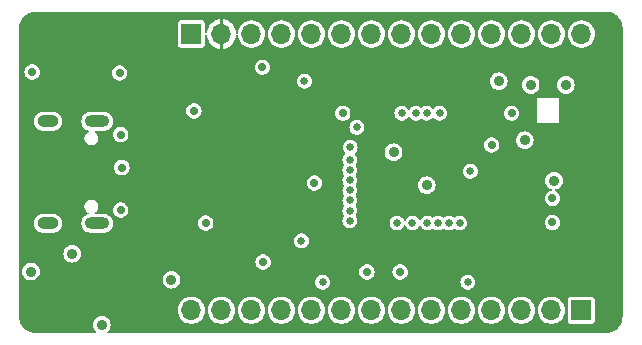
<source format=gbr>
%TF.GenerationSoftware,KiCad,Pcbnew,8.0.4*%
%TF.CreationDate,2024-08-23T17:35:39+03:00*%
%TF.ProjectId,STM32-Pill,53544d33-322d-4506-996c-6c2e6b696361,rev?*%
%TF.SameCoordinates,Original*%
%TF.FileFunction,Copper,L4,Inr*%
%TF.FilePolarity,Positive*%
%FSLAX46Y46*%
G04 Gerber Fmt 4.6, Leading zero omitted, Abs format (unit mm)*
G04 Created by KiCad (PCBNEW 8.0.4) date 2024-08-23 17:35:39*
%MOMM*%
%LPD*%
G01*
G04 APERTURE LIST*
%TA.AperFunction,ComponentPad*%
%ADD10O,1.700000X1.700000*%
%TD*%
%TA.AperFunction,ComponentPad*%
%ADD11R,1.700000X1.700000*%
%TD*%
%TA.AperFunction,ComponentPad*%
%ADD12O,2.100000X1.000000*%
%TD*%
%TA.AperFunction,ComponentPad*%
%ADD13O,1.800000X1.000000*%
%TD*%
%TA.AperFunction,ViaPad*%
%ADD14C,0.650000*%
%TD*%
%TA.AperFunction,ViaPad*%
%ADD15C,0.900000*%
%TD*%
%TA.AperFunction,ViaPad*%
%ADD16C,0.700000*%
%TD*%
G04 APERTURE END LIST*
D10*
%TO.N,/PB8*%
%TO.C,J2*%
X134380000Y-104489231D03*
%TO.N,/PB9*%
X136920000Y-104489231D03*
%TO.N,/PA0*%
X139460001Y-104489231D03*
%TO.N,/PA1*%
X142000000Y-104489231D03*
%TO.N,/PA2*%
X144540000Y-104489231D03*
%TO.N,/PA3*%
X147080000Y-104489231D03*
%TO.N,/PA4*%
X149619999Y-104489231D03*
%TO.N,/PA5*%
X152160000Y-104489231D03*
%TO.N,/PA6*%
X154700000Y-104489231D03*
%TO.N,/PA7*%
X157240000Y-104489231D03*
%TO.N,/PA8*%
X159780000Y-104489231D03*
%TO.N,/PA9*%
X162320001Y-104489231D03*
%TO.N,/PE4*%
X164860000Y-104489231D03*
D11*
%TO.N,GND*%
X167400000Y-104489231D03*
%TD*%
D12*
%TO.N,Net-(J1-SHIELD)*%
%TO.C,J1*%
X126415000Y-88480001D03*
D13*
X122235000Y-88480001D03*
D12*
X126415000Y-97120001D03*
D13*
X122235000Y-97120001D03*
%TD*%
D11*
%TO.N,GND*%
%TO.C,J3*%
X134390000Y-81089231D03*
D10*
%TO.N,+3.3V*%
X136930000Y-81089231D03*
%TO.N,/PB7*%
X139469999Y-81089231D03*
%TO.N,/PB6*%
X142010000Y-81089231D03*
%TO.N,/PB5*%
X144550000Y-81089231D03*
%TO.N,/PB4*%
X147090000Y-81089231D03*
%TO.N,/PB3*%
X149630000Y-81089231D03*
%TO.N,/PA14*%
X152170001Y-81089231D03*
%TO.N,/PA13*%
X154710000Y-81089231D03*
%TO.N,/PA10*%
X157250000Y-81089231D03*
%TO.N,/PA15*%
X159790000Y-81089231D03*
%TO.N,/PB2*%
X162329999Y-81089231D03*
%TO.N,/PB1*%
X164870000Y-81089231D03*
%TO.N,/PB0*%
X167410000Y-81089231D03*
%TD*%
D14*
%TO.N,/PE4*%
X153400000Y-87800000D03*
%TO.N,/PB0*%
X155400000Y-87800000D03*
%TO.N,/PB1*%
X154300000Y-87800000D03*
%TO.N,/PB2*%
X158000000Y-92700000D03*
%TO.N,/PA13*%
X147829231Y-90689231D03*
%TO.N,/NRST*%
X153105000Y-97089231D03*
D15*
%TO.N,GND*%
X120800000Y-101200000D03*
X124300000Y-99700000D03*
X126800000Y-105700000D03*
X132700000Y-101900000D03*
D14*
X145500000Y-102116901D03*
D15*
%TO.N,+3.3V*%
X143800000Y-84000000D03*
X143100000Y-101900000D03*
X134350000Y-99750000D03*
%TO.N,GND*%
X154300000Y-93900000D03*
X151500000Y-91100000D03*
D14*
%TO.N,/BOOT0*%
X151795000Y-97089231D03*
D15*
%TO.N,GND*%
X160400000Y-85100000D03*
X166075000Y-85400000D03*
X163100000Y-85400000D03*
X165100000Y-93500000D03*
X162600000Y-90100000D03*
%TO.N,+3.3V*%
X160400000Y-87600000D03*
D16*
%TO.N,GND*%
X164950000Y-95000000D03*
D14*
X157789561Y-102100000D03*
D16*
X128491617Y-92400000D03*
X120900000Y-84300001D03*
X140450001Y-100400000D03*
X128300000Y-84400001D03*
X149250000Y-101235789D03*
X144800000Y-93700000D03*
X140400000Y-83900001D03*
X147200000Y-87800000D03*
X134600000Y-87600000D03*
X128400000Y-89600001D03*
X152050000Y-101235789D03*
X159800000Y-90489231D03*
X128400000Y-96000001D03*
D14*
X152200000Y-87800000D03*
D16*
X161500000Y-87800000D03*
X164950000Y-97039231D03*
D14*
%TO.N,+3.3V*%
X155889561Y-102100000D03*
D15*
X161747099Y-93373177D03*
D16*
X134900000Y-83800001D03*
D15*
X162450000Y-98889231D03*
D14*
%TO.N,/NRST*%
X143700000Y-98600000D03*
%TO.N,/BOOT0*%
X143960439Y-85089231D03*
%TO.N,/PA2*%
X156187500Y-97089231D03*
%TO.N,/PA1*%
X155275000Y-97089231D03*
%TO.N,/PA10*%
X148400000Y-89000000D03*
%TO.N,/PA3*%
X157100000Y-97089231D03*
%TO.N,/PA0*%
X154362500Y-97089231D03*
%TO.N,/PB5*%
X147800000Y-95183332D03*
%TO.N,/PB6*%
X147800000Y-96041665D03*
%TO.N,/PB4*%
X147800000Y-94324999D03*
%TO.N,/PB7*%
X147800000Y-96900000D03*
%TO.N,/PA15*%
X147800000Y-92608333D03*
%TO.N,/PB3*%
X147800000Y-93466666D03*
D16*
%TO.N,GND*%
X135600000Y-97100000D03*
D14*
%TO.N,/PA14*%
X147800000Y-91750000D03*
%TD*%
%TA.AperFunction,Conductor*%
%TO.N,+3.3V*%
G36*
X169500811Y-79198646D02*
G01*
X169711040Y-79215194D01*
X169722505Y-79217010D01*
X169924715Y-79265559D01*
X169935755Y-79269146D01*
X170127889Y-79348733D01*
X170138223Y-79353998D01*
X170315549Y-79462666D01*
X170324933Y-79469486D01*
X170342075Y-79484126D01*
X170483060Y-79604542D01*
X170491271Y-79612753D01*
X170626332Y-79770893D01*
X170633157Y-79780287D01*
X170741812Y-79957599D01*
X170747083Y-79967945D01*
X170826659Y-80160066D01*
X170830247Y-80171109D01*
X170878794Y-80373326D01*
X170880611Y-80384796D01*
X170897189Y-80595488D01*
X170897417Y-80601293D01*
X170897417Y-80651467D01*
X170897418Y-80651480D01*
X170897418Y-104995004D01*
X170897190Y-105000811D01*
X170880642Y-105211041D01*
X170878825Y-105222510D01*
X170830277Y-105424719D01*
X170826689Y-105435762D01*
X170747104Y-105627894D01*
X170741832Y-105638240D01*
X170633175Y-105815551D01*
X170626350Y-105824945D01*
X170491291Y-105983080D01*
X170483080Y-105991291D01*
X170324945Y-106126350D01*
X170315551Y-106133175D01*
X170138240Y-106241832D01*
X170127894Y-106247104D01*
X169935762Y-106326689D01*
X169924719Y-106330277D01*
X169722510Y-106378825D01*
X169711040Y-106380642D01*
X169500809Y-106397189D01*
X169495022Y-106397417D01*
X169491125Y-106397417D01*
X169491107Y-106397418D01*
X169447280Y-106397418D01*
X169447252Y-106397419D01*
X127340785Y-106399235D01*
X127288458Y-106377563D01*
X127266782Y-106325238D01*
X127288452Y-106272914D01*
X127390477Y-106170890D01*
X127480456Y-106027690D01*
X127536313Y-105868059D01*
X127555249Y-105700000D01*
X127536313Y-105531941D01*
X127480456Y-105372310D01*
X127480455Y-105372308D01*
X127390480Y-105229114D01*
X127390478Y-105229112D01*
X127390477Y-105229110D01*
X127270890Y-105109523D01*
X127270887Y-105109521D01*
X127270885Y-105109519D01*
X127127691Y-105019544D01*
X126968067Y-104963689D01*
X126968059Y-104963687D01*
X126800000Y-104944751D01*
X126631940Y-104963687D01*
X126631932Y-104963689D01*
X126472308Y-105019544D01*
X126329114Y-105109519D01*
X126209519Y-105229114D01*
X126119544Y-105372308D01*
X126063689Y-105531932D01*
X126063687Y-105531940D01*
X126044751Y-105700000D01*
X126063687Y-105868059D01*
X126063689Y-105868067D01*
X126119544Y-106027691D01*
X126209519Y-106170885D01*
X126209521Y-106170887D01*
X126209523Y-106170890D01*
X126311590Y-106272957D01*
X126333264Y-106325282D01*
X126311590Y-106377608D01*
X126259267Y-106399282D01*
X121206785Y-106399501D01*
X121202909Y-106399501D01*
X121197103Y-106399273D01*
X120986872Y-106382727D01*
X120975403Y-106380910D01*
X120773195Y-106332365D01*
X120762151Y-106328777D01*
X120570018Y-106249192D01*
X120559672Y-106243920D01*
X120382360Y-106135263D01*
X120372966Y-106128438D01*
X120214831Y-105993379D01*
X120206620Y-105985168D01*
X120122518Y-105886697D01*
X120071561Y-105827033D01*
X120064736Y-105817639D01*
X120063456Y-105815551D01*
X119956079Y-105640327D01*
X119950807Y-105629981D01*
X119910197Y-105531940D01*
X119871219Y-105437840D01*
X119867636Y-105426812D01*
X119819088Y-105224592D01*
X119817272Y-105213127D01*
X119810654Y-105129040D01*
X119800727Y-105002897D01*
X119800499Y-104997091D01*
X119800499Y-104489227D01*
X133224571Y-104489227D01*
X133224571Y-104489234D01*
X133244242Y-104701534D01*
X133244243Y-104701540D01*
X133302593Y-104906614D01*
X133302596Y-104906624D01*
X133397632Y-105097483D01*
X133397634Y-105097486D01*
X133526128Y-105267638D01*
X133683698Y-105411283D01*
X133864981Y-105523529D01*
X134063802Y-105600552D01*
X134273390Y-105639731D01*
X134486610Y-105639731D01*
X134696198Y-105600552D01*
X134895019Y-105523529D01*
X135076302Y-105411283D01*
X135233872Y-105267638D01*
X135362366Y-105097486D01*
X135457405Y-104906620D01*
X135515756Y-104701541D01*
X135535429Y-104489231D01*
X135535429Y-104489227D01*
X135764571Y-104489227D01*
X135764571Y-104489234D01*
X135784242Y-104701534D01*
X135784243Y-104701540D01*
X135842593Y-104906614D01*
X135842596Y-104906624D01*
X135937632Y-105097483D01*
X135937634Y-105097486D01*
X136066128Y-105267638D01*
X136223698Y-105411283D01*
X136404981Y-105523529D01*
X136603802Y-105600552D01*
X136813390Y-105639731D01*
X137026610Y-105639731D01*
X137236198Y-105600552D01*
X137435019Y-105523529D01*
X137616302Y-105411283D01*
X137773872Y-105267638D01*
X137902366Y-105097486D01*
X137997405Y-104906620D01*
X138055756Y-104701541D01*
X138075429Y-104489231D01*
X138075429Y-104489227D01*
X138304572Y-104489227D01*
X138304572Y-104489234D01*
X138324243Y-104701534D01*
X138324244Y-104701540D01*
X138382594Y-104906614D01*
X138382597Y-104906624D01*
X138477633Y-105097483D01*
X138477635Y-105097486D01*
X138606129Y-105267638D01*
X138763699Y-105411283D01*
X138944982Y-105523529D01*
X139143803Y-105600552D01*
X139353391Y-105639731D01*
X139566611Y-105639731D01*
X139776199Y-105600552D01*
X139975020Y-105523529D01*
X140156303Y-105411283D01*
X140313873Y-105267638D01*
X140442367Y-105097486D01*
X140537406Y-104906620D01*
X140595757Y-104701541D01*
X140615430Y-104489231D01*
X140615430Y-104489227D01*
X140844571Y-104489227D01*
X140844571Y-104489234D01*
X140864242Y-104701534D01*
X140864243Y-104701540D01*
X140922593Y-104906614D01*
X140922596Y-104906624D01*
X141017632Y-105097483D01*
X141017634Y-105097486D01*
X141146128Y-105267638D01*
X141303698Y-105411283D01*
X141484981Y-105523529D01*
X141683802Y-105600552D01*
X141893390Y-105639731D01*
X142106610Y-105639731D01*
X142316198Y-105600552D01*
X142515019Y-105523529D01*
X142696302Y-105411283D01*
X142853872Y-105267638D01*
X142982366Y-105097486D01*
X143077405Y-104906620D01*
X143135756Y-104701541D01*
X143155429Y-104489231D01*
X143155429Y-104489227D01*
X143384571Y-104489227D01*
X143384571Y-104489234D01*
X143404242Y-104701534D01*
X143404243Y-104701540D01*
X143462593Y-104906614D01*
X143462596Y-104906624D01*
X143557632Y-105097483D01*
X143557634Y-105097486D01*
X143686128Y-105267638D01*
X143843698Y-105411283D01*
X144024981Y-105523529D01*
X144223802Y-105600552D01*
X144433390Y-105639731D01*
X144646610Y-105639731D01*
X144856198Y-105600552D01*
X145055019Y-105523529D01*
X145236302Y-105411283D01*
X145393872Y-105267638D01*
X145522366Y-105097486D01*
X145617405Y-104906620D01*
X145675756Y-104701541D01*
X145695429Y-104489231D01*
X145695429Y-104489227D01*
X145924571Y-104489227D01*
X145924571Y-104489234D01*
X145944242Y-104701534D01*
X145944243Y-104701540D01*
X146002593Y-104906614D01*
X146002596Y-104906624D01*
X146097632Y-105097483D01*
X146097634Y-105097486D01*
X146226128Y-105267638D01*
X146383698Y-105411283D01*
X146564981Y-105523529D01*
X146763802Y-105600552D01*
X146973390Y-105639731D01*
X147186610Y-105639731D01*
X147396198Y-105600552D01*
X147595019Y-105523529D01*
X147776302Y-105411283D01*
X147933872Y-105267638D01*
X148062366Y-105097486D01*
X148157405Y-104906620D01*
X148215756Y-104701541D01*
X148235429Y-104489231D01*
X148235429Y-104489227D01*
X148464570Y-104489227D01*
X148464570Y-104489234D01*
X148484241Y-104701534D01*
X148484242Y-104701540D01*
X148542592Y-104906614D01*
X148542595Y-104906624D01*
X148637631Y-105097483D01*
X148637633Y-105097486D01*
X148766127Y-105267638D01*
X148923697Y-105411283D01*
X149104980Y-105523529D01*
X149303801Y-105600552D01*
X149513389Y-105639731D01*
X149726609Y-105639731D01*
X149936197Y-105600552D01*
X150135018Y-105523529D01*
X150316301Y-105411283D01*
X150473871Y-105267638D01*
X150602365Y-105097486D01*
X150697404Y-104906620D01*
X150755755Y-104701541D01*
X150775428Y-104489231D01*
X150775428Y-104489227D01*
X151004571Y-104489227D01*
X151004571Y-104489234D01*
X151024242Y-104701534D01*
X151024243Y-104701540D01*
X151082593Y-104906614D01*
X151082596Y-104906624D01*
X151177632Y-105097483D01*
X151177634Y-105097486D01*
X151306128Y-105267638D01*
X151463698Y-105411283D01*
X151644981Y-105523529D01*
X151843802Y-105600552D01*
X152053390Y-105639731D01*
X152266610Y-105639731D01*
X152476198Y-105600552D01*
X152675019Y-105523529D01*
X152856302Y-105411283D01*
X153013872Y-105267638D01*
X153142366Y-105097486D01*
X153237405Y-104906620D01*
X153295756Y-104701541D01*
X153315429Y-104489231D01*
X153315429Y-104489227D01*
X153544571Y-104489227D01*
X153544571Y-104489234D01*
X153564242Y-104701534D01*
X153564243Y-104701540D01*
X153622593Y-104906614D01*
X153622596Y-104906624D01*
X153717632Y-105097483D01*
X153717634Y-105097486D01*
X153846128Y-105267638D01*
X154003698Y-105411283D01*
X154184981Y-105523529D01*
X154383802Y-105600552D01*
X154593390Y-105639731D01*
X154806610Y-105639731D01*
X155016198Y-105600552D01*
X155215019Y-105523529D01*
X155396302Y-105411283D01*
X155553872Y-105267638D01*
X155682366Y-105097486D01*
X155777405Y-104906620D01*
X155835756Y-104701541D01*
X155855429Y-104489231D01*
X155855429Y-104489227D01*
X156084571Y-104489227D01*
X156084571Y-104489234D01*
X156104242Y-104701534D01*
X156104243Y-104701540D01*
X156162593Y-104906614D01*
X156162596Y-104906624D01*
X156257632Y-105097483D01*
X156257634Y-105097486D01*
X156386128Y-105267638D01*
X156543698Y-105411283D01*
X156724981Y-105523529D01*
X156923802Y-105600552D01*
X157133390Y-105639731D01*
X157346610Y-105639731D01*
X157556198Y-105600552D01*
X157755019Y-105523529D01*
X157936302Y-105411283D01*
X158093872Y-105267638D01*
X158222366Y-105097486D01*
X158317405Y-104906620D01*
X158375756Y-104701541D01*
X158395429Y-104489231D01*
X158395429Y-104489227D01*
X158624571Y-104489227D01*
X158624571Y-104489234D01*
X158644242Y-104701534D01*
X158644243Y-104701540D01*
X158702593Y-104906614D01*
X158702596Y-104906624D01*
X158797632Y-105097483D01*
X158797634Y-105097486D01*
X158926128Y-105267638D01*
X159083698Y-105411283D01*
X159264981Y-105523529D01*
X159463802Y-105600552D01*
X159673390Y-105639731D01*
X159886610Y-105639731D01*
X160096198Y-105600552D01*
X160295019Y-105523529D01*
X160476302Y-105411283D01*
X160633872Y-105267638D01*
X160762366Y-105097486D01*
X160857405Y-104906620D01*
X160915756Y-104701541D01*
X160935429Y-104489231D01*
X160935429Y-104489227D01*
X161164572Y-104489227D01*
X161164572Y-104489234D01*
X161184243Y-104701534D01*
X161184244Y-104701540D01*
X161242594Y-104906614D01*
X161242597Y-104906624D01*
X161337633Y-105097483D01*
X161337635Y-105097486D01*
X161466129Y-105267638D01*
X161623699Y-105411283D01*
X161804982Y-105523529D01*
X162003803Y-105600552D01*
X162213391Y-105639731D01*
X162426611Y-105639731D01*
X162636199Y-105600552D01*
X162835020Y-105523529D01*
X163016303Y-105411283D01*
X163173873Y-105267638D01*
X163302367Y-105097486D01*
X163397406Y-104906620D01*
X163455757Y-104701541D01*
X163475430Y-104489231D01*
X163475430Y-104489227D01*
X163704571Y-104489227D01*
X163704571Y-104489234D01*
X163724242Y-104701534D01*
X163724243Y-104701540D01*
X163782593Y-104906614D01*
X163782596Y-104906624D01*
X163877632Y-105097483D01*
X163877634Y-105097486D01*
X164006128Y-105267638D01*
X164163698Y-105411283D01*
X164344981Y-105523529D01*
X164543802Y-105600552D01*
X164753390Y-105639731D01*
X164966610Y-105639731D01*
X165176198Y-105600552D01*
X165375019Y-105523529D01*
X165556302Y-105411283D01*
X165713872Y-105267638D01*
X165842366Y-105097486D01*
X165937405Y-104906620D01*
X165995756Y-104701541D01*
X166015429Y-104489231D01*
X165995756Y-104276921D01*
X165937405Y-104071842D01*
X165842366Y-103880976D01*
X165713872Y-103710824D01*
X165586125Y-103594366D01*
X166249500Y-103594366D01*
X166249500Y-105384094D01*
X166252414Y-105409217D01*
X166252415Y-105409223D01*
X166297794Y-105511996D01*
X166377235Y-105591437D01*
X166480009Y-105636816D01*
X166505135Y-105639731D01*
X168294864Y-105639730D01*
X168319991Y-105636816D01*
X168422765Y-105591437D01*
X168502206Y-105511996D01*
X168547585Y-105409222D01*
X168550500Y-105384096D01*
X168550499Y-103594367D01*
X168547585Y-103569240D01*
X168502206Y-103466466D01*
X168422765Y-103387025D01*
X168319991Y-103341646D01*
X168319990Y-103341645D01*
X168319988Y-103341645D01*
X168298659Y-103339171D01*
X168294865Y-103338731D01*
X168294864Y-103338731D01*
X166505136Y-103338731D01*
X166480013Y-103341645D01*
X166480007Y-103341646D01*
X166377234Y-103387025D01*
X166297794Y-103466465D01*
X166252414Y-103569242D01*
X166249500Y-103594366D01*
X165586125Y-103594366D01*
X165556302Y-103567179D01*
X165375019Y-103454933D01*
X165176198Y-103377910D01*
X165084150Y-103360703D01*
X164966613Y-103338731D01*
X164966610Y-103338731D01*
X164753390Y-103338731D01*
X164753386Y-103338731D01*
X164596670Y-103368027D01*
X164543802Y-103377910D01*
X164543800Y-103377910D01*
X164543798Y-103377911D01*
X164344986Y-103454931D01*
X164344981Y-103454933D01*
X164344976Y-103454935D01*
X164344976Y-103454936D01*
X164163700Y-103567177D01*
X164006130Y-103710821D01*
X163877636Y-103880972D01*
X163877632Y-103880978D01*
X163782596Y-104071837D01*
X163782593Y-104071847D01*
X163724243Y-104276921D01*
X163724242Y-104276927D01*
X163704571Y-104489227D01*
X163475430Y-104489227D01*
X163455757Y-104276921D01*
X163397406Y-104071842D01*
X163302367Y-103880976D01*
X163173873Y-103710824D01*
X163016303Y-103567179D01*
X162835020Y-103454933D01*
X162636199Y-103377910D01*
X162544151Y-103360703D01*
X162426614Y-103338731D01*
X162426611Y-103338731D01*
X162213391Y-103338731D01*
X162213387Y-103338731D01*
X162056671Y-103368027D01*
X162003803Y-103377910D01*
X162003801Y-103377910D01*
X162003799Y-103377911D01*
X161804987Y-103454931D01*
X161804982Y-103454933D01*
X161804977Y-103454935D01*
X161804977Y-103454936D01*
X161623701Y-103567177D01*
X161466131Y-103710821D01*
X161337637Y-103880972D01*
X161337633Y-103880978D01*
X161242597Y-104071837D01*
X161242594Y-104071847D01*
X161184244Y-104276921D01*
X161184243Y-104276927D01*
X161164572Y-104489227D01*
X160935429Y-104489227D01*
X160915756Y-104276921D01*
X160857405Y-104071842D01*
X160762366Y-103880976D01*
X160633872Y-103710824D01*
X160476302Y-103567179D01*
X160295019Y-103454933D01*
X160096198Y-103377910D01*
X160004150Y-103360703D01*
X159886613Y-103338731D01*
X159886610Y-103338731D01*
X159673390Y-103338731D01*
X159673386Y-103338731D01*
X159516670Y-103368027D01*
X159463802Y-103377910D01*
X159463800Y-103377910D01*
X159463798Y-103377911D01*
X159264986Y-103454931D01*
X159264981Y-103454933D01*
X159264976Y-103454935D01*
X159264976Y-103454936D01*
X159083700Y-103567177D01*
X158926130Y-103710821D01*
X158797636Y-103880972D01*
X158797632Y-103880978D01*
X158702596Y-104071837D01*
X158702593Y-104071847D01*
X158644243Y-104276921D01*
X158644242Y-104276927D01*
X158624571Y-104489227D01*
X158395429Y-104489227D01*
X158375756Y-104276921D01*
X158317405Y-104071842D01*
X158222366Y-103880976D01*
X158093872Y-103710824D01*
X157936302Y-103567179D01*
X157755019Y-103454933D01*
X157556198Y-103377910D01*
X157464150Y-103360703D01*
X157346613Y-103338731D01*
X157346610Y-103338731D01*
X157133390Y-103338731D01*
X157133386Y-103338731D01*
X156976670Y-103368027D01*
X156923802Y-103377910D01*
X156923800Y-103377910D01*
X156923798Y-103377911D01*
X156724986Y-103454931D01*
X156724981Y-103454933D01*
X156724976Y-103454935D01*
X156724976Y-103454936D01*
X156543700Y-103567177D01*
X156386130Y-103710821D01*
X156257636Y-103880972D01*
X156257632Y-103880978D01*
X156162596Y-104071837D01*
X156162593Y-104071847D01*
X156104243Y-104276921D01*
X156104242Y-104276927D01*
X156084571Y-104489227D01*
X155855429Y-104489227D01*
X155835756Y-104276921D01*
X155777405Y-104071842D01*
X155682366Y-103880976D01*
X155553872Y-103710824D01*
X155396302Y-103567179D01*
X155215019Y-103454933D01*
X155016198Y-103377910D01*
X154924150Y-103360703D01*
X154806613Y-103338731D01*
X154806610Y-103338731D01*
X154593390Y-103338731D01*
X154593386Y-103338731D01*
X154436670Y-103368027D01*
X154383802Y-103377910D01*
X154383800Y-103377910D01*
X154383798Y-103377911D01*
X154184986Y-103454931D01*
X154184981Y-103454933D01*
X154184976Y-103454935D01*
X154184976Y-103454936D01*
X154003700Y-103567177D01*
X153846130Y-103710821D01*
X153717636Y-103880972D01*
X153717632Y-103880978D01*
X153622596Y-104071837D01*
X153622593Y-104071847D01*
X153564243Y-104276921D01*
X153564242Y-104276927D01*
X153544571Y-104489227D01*
X153315429Y-104489227D01*
X153295756Y-104276921D01*
X153237405Y-104071842D01*
X153142366Y-103880976D01*
X153013872Y-103710824D01*
X152856302Y-103567179D01*
X152675019Y-103454933D01*
X152476198Y-103377910D01*
X152384150Y-103360703D01*
X152266613Y-103338731D01*
X152266610Y-103338731D01*
X152053390Y-103338731D01*
X152053386Y-103338731D01*
X151896670Y-103368027D01*
X151843802Y-103377910D01*
X151843800Y-103377910D01*
X151843798Y-103377911D01*
X151644986Y-103454931D01*
X151644981Y-103454933D01*
X151644976Y-103454935D01*
X151644976Y-103454936D01*
X151463700Y-103567177D01*
X151306130Y-103710821D01*
X151177636Y-103880972D01*
X151177632Y-103880978D01*
X151082596Y-104071837D01*
X151082593Y-104071847D01*
X151024243Y-104276921D01*
X151024242Y-104276927D01*
X151004571Y-104489227D01*
X150775428Y-104489227D01*
X150755755Y-104276921D01*
X150697404Y-104071842D01*
X150602365Y-103880976D01*
X150473871Y-103710824D01*
X150316301Y-103567179D01*
X150135018Y-103454933D01*
X149936197Y-103377910D01*
X149844149Y-103360703D01*
X149726612Y-103338731D01*
X149726609Y-103338731D01*
X149513389Y-103338731D01*
X149513385Y-103338731D01*
X149356669Y-103368027D01*
X149303801Y-103377910D01*
X149303799Y-103377910D01*
X149303797Y-103377911D01*
X149104985Y-103454931D01*
X149104980Y-103454933D01*
X149104975Y-103454935D01*
X149104975Y-103454936D01*
X148923699Y-103567177D01*
X148766129Y-103710821D01*
X148637635Y-103880972D01*
X148637631Y-103880978D01*
X148542595Y-104071837D01*
X148542592Y-104071847D01*
X148484242Y-104276921D01*
X148484241Y-104276927D01*
X148464570Y-104489227D01*
X148235429Y-104489227D01*
X148215756Y-104276921D01*
X148157405Y-104071842D01*
X148062366Y-103880976D01*
X147933872Y-103710824D01*
X147776302Y-103567179D01*
X147595019Y-103454933D01*
X147396198Y-103377910D01*
X147304150Y-103360703D01*
X147186613Y-103338731D01*
X147186610Y-103338731D01*
X146973390Y-103338731D01*
X146973386Y-103338731D01*
X146816670Y-103368027D01*
X146763802Y-103377910D01*
X146763800Y-103377910D01*
X146763798Y-103377911D01*
X146564986Y-103454931D01*
X146564981Y-103454933D01*
X146564976Y-103454935D01*
X146564976Y-103454936D01*
X146383700Y-103567177D01*
X146226130Y-103710821D01*
X146097636Y-103880972D01*
X146097632Y-103880978D01*
X146002596Y-104071837D01*
X146002593Y-104071847D01*
X145944243Y-104276921D01*
X145944242Y-104276927D01*
X145924571Y-104489227D01*
X145695429Y-104489227D01*
X145675756Y-104276921D01*
X145617405Y-104071842D01*
X145522366Y-103880976D01*
X145393872Y-103710824D01*
X145236302Y-103567179D01*
X145055019Y-103454933D01*
X144856198Y-103377910D01*
X144764150Y-103360703D01*
X144646613Y-103338731D01*
X144646610Y-103338731D01*
X144433390Y-103338731D01*
X144433386Y-103338731D01*
X144276670Y-103368027D01*
X144223802Y-103377910D01*
X144223800Y-103377910D01*
X144223798Y-103377911D01*
X144024986Y-103454931D01*
X144024981Y-103454933D01*
X144024976Y-103454935D01*
X144024976Y-103454936D01*
X143843700Y-103567177D01*
X143686130Y-103710821D01*
X143557636Y-103880972D01*
X143557632Y-103880978D01*
X143462596Y-104071837D01*
X143462593Y-104071847D01*
X143404243Y-104276921D01*
X143404242Y-104276927D01*
X143384571Y-104489227D01*
X143155429Y-104489227D01*
X143135756Y-104276921D01*
X143077405Y-104071842D01*
X142982366Y-103880976D01*
X142853872Y-103710824D01*
X142696302Y-103567179D01*
X142515019Y-103454933D01*
X142316198Y-103377910D01*
X142224150Y-103360703D01*
X142106613Y-103338731D01*
X142106610Y-103338731D01*
X141893390Y-103338731D01*
X141893386Y-103338731D01*
X141736670Y-103368027D01*
X141683802Y-103377910D01*
X141683800Y-103377910D01*
X141683798Y-103377911D01*
X141484986Y-103454931D01*
X141484981Y-103454933D01*
X141484976Y-103454935D01*
X141484976Y-103454936D01*
X141303700Y-103567177D01*
X141146130Y-103710821D01*
X141017636Y-103880972D01*
X141017632Y-103880978D01*
X140922596Y-104071837D01*
X140922593Y-104071847D01*
X140864243Y-104276921D01*
X140864242Y-104276927D01*
X140844571Y-104489227D01*
X140615430Y-104489227D01*
X140595757Y-104276921D01*
X140537406Y-104071842D01*
X140442367Y-103880976D01*
X140313873Y-103710824D01*
X140156303Y-103567179D01*
X139975020Y-103454933D01*
X139776199Y-103377910D01*
X139684151Y-103360703D01*
X139566614Y-103338731D01*
X139566611Y-103338731D01*
X139353391Y-103338731D01*
X139353387Y-103338731D01*
X139196671Y-103368027D01*
X139143803Y-103377910D01*
X139143801Y-103377910D01*
X139143799Y-103377911D01*
X138944987Y-103454931D01*
X138944982Y-103454933D01*
X138944977Y-103454935D01*
X138944977Y-103454936D01*
X138763701Y-103567177D01*
X138606131Y-103710821D01*
X138477637Y-103880972D01*
X138477633Y-103880978D01*
X138382597Y-104071837D01*
X138382594Y-104071847D01*
X138324244Y-104276921D01*
X138324243Y-104276927D01*
X138304572Y-104489227D01*
X138075429Y-104489227D01*
X138055756Y-104276921D01*
X137997405Y-104071842D01*
X137902366Y-103880976D01*
X137773872Y-103710824D01*
X137616302Y-103567179D01*
X137435019Y-103454933D01*
X137236198Y-103377910D01*
X137144150Y-103360703D01*
X137026613Y-103338731D01*
X137026610Y-103338731D01*
X136813390Y-103338731D01*
X136813386Y-103338731D01*
X136656670Y-103368027D01*
X136603802Y-103377910D01*
X136603800Y-103377910D01*
X136603798Y-103377911D01*
X136404986Y-103454931D01*
X136404981Y-103454933D01*
X136404976Y-103454935D01*
X136404976Y-103454936D01*
X136223700Y-103567177D01*
X136066130Y-103710821D01*
X135937636Y-103880972D01*
X135937632Y-103880978D01*
X135842596Y-104071837D01*
X135842593Y-104071847D01*
X135784243Y-104276921D01*
X135784242Y-104276927D01*
X135764571Y-104489227D01*
X135535429Y-104489227D01*
X135515756Y-104276921D01*
X135457405Y-104071842D01*
X135362366Y-103880976D01*
X135233872Y-103710824D01*
X135076302Y-103567179D01*
X134895019Y-103454933D01*
X134696198Y-103377910D01*
X134604150Y-103360703D01*
X134486613Y-103338731D01*
X134486610Y-103338731D01*
X134273390Y-103338731D01*
X134273386Y-103338731D01*
X134116670Y-103368027D01*
X134063802Y-103377910D01*
X134063800Y-103377910D01*
X134063798Y-103377911D01*
X133864986Y-103454931D01*
X133864981Y-103454933D01*
X133864976Y-103454935D01*
X133864976Y-103454936D01*
X133683700Y-103567177D01*
X133526130Y-103710821D01*
X133397636Y-103880972D01*
X133397632Y-103880978D01*
X133302596Y-104071837D01*
X133302593Y-104071847D01*
X133244243Y-104276921D01*
X133244242Y-104276927D01*
X133224571Y-104489227D01*
X119800499Y-104489227D01*
X119800499Y-101200000D01*
X120044751Y-101200000D01*
X120063687Y-101368059D01*
X120063689Y-101368067D01*
X120119544Y-101527691D01*
X120209519Y-101670885D01*
X120209521Y-101670887D01*
X120209523Y-101670890D01*
X120329110Y-101790477D01*
X120329112Y-101790478D01*
X120329114Y-101790480D01*
X120472308Y-101880455D01*
X120472310Y-101880456D01*
X120631941Y-101936313D01*
X120800000Y-101955249D01*
X120968059Y-101936313D01*
X121071836Y-101900000D01*
X131944751Y-101900000D01*
X131963687Y-102068059D01*
X131963689Y-102068067D01*
X132019544Y-102227691D01*
X132109519Y-102370885D01*
X132109521Y-102370887D01*
X132109523Y-102370890D01*
X132229110Y-102490477D01*
X132229112Y-102490478D01*
X132229114Y-102490480D01*
X132299539Y-102534731D01*
X132372310Y-102580456D01*
X132478929Y-102617763D01*
X132529497Y-102635458D01*
X132531941Y-102636313D01*
X132700000Y-102655249D01*
X132868059Y-102636313D01*
X133027690Y-102580456D01*
X133170890Y-102490477D01*
X133290477Y-102370890D01*
X133380456Y-102227690D01*
X133419224Y-102116897D01*
X144869906Y-102116897D01*
X144869906Y-102116904D01*
X144888214Y-102267691D01*
X144942078Y-102409719D01*
X144997824Y-102490480D01*
X145028368Y-102534731D01*
X145142066Y-102635458D01*
X145142067Y-102635458D01*
X145142069Y-102635460D01*
X145276562Y-102706047D01*
X145276566Y-102706049D01*
X145424051Y-102742401D01*
X145424055Y-102742401D01*
X145575945Y-102742401D01*
X145575949Y-102742401D01*
X145723434Y-102706049D01*
X145857934Y-102635458D01*
X145971632Y-102534731D01*
X146057921Y-102409720D01*
X146111785Y-102267692D01*
X146130094Y-102116901D01*
X146128042Y-102100003D01*
X146128041Y-102099996D01*
X157159467Y-102099996D01*
X157159467Y-102100003D01*
X157177775Y-102250790D01*
X157231639Y-102392818D01*
X157299051Y-102490480D01*
X157317929Y-102517830D01*
X157431627Y-102618557D01*
X157431628Y-102618557D01*
X157431630Y-102618559D01*
X157566123Y-102689146D01*
X157566127Y-102689148D01*
X157713612Y-102725500D01*
X157713616Y-102725500D01*
X157865506Y-102725500D01*
X157865510Y-102725500D01*
X158012995Y-102689148D01*
X158147495Y-102618557D01*
X158261193Y-102517830D01*
X158347482Y-102392819D01*
X158401346Y-102250791D01*
X158417603Y-102116901D01*
X158419655Y-102100003D01*
X158419655Y-102099996D01*
X158401346Y-101949209D01*
X158347482Y-101807181D01*
X158261193Y-101682170D01*
X158166569Y-101598341D01*
X158147495Y-101581443D01*
X158147493Y-101581442D01*
X158147491Y-101581440D01*
X158012998Y-101510853D01*
X158012995Y-101510852D01*
X157865510Y-101474500D01*
X157713612Y-101474500D01*
X157566123Y-101510853D01*
X157431630Y-101581440D01*
X157317928Y-101682170D01*
X157231639Y-101807181D01*
X157177775Y-101949209D01*
X157159467Y-102099996D01*
X146128041Y-102099996D01*
X146111785Y-101966110D01*
X146057921Y-101824082D01*
X145971632Y-101699071D01*
X145857934Y-101598344D01*
X145857932Y-101598343D01*
X145857930Y-101598341D01*
X145723437Y-101527754D01*
X145723434Y-101527753D01*
X145575949Y-101491401D01*
X145424051Y-101491401D01*
X145276562Y-101527754D01*
X145142069Y-101598341D01*
X145028367Y-101699071D01*
X144942078Y-101824082D01*
X144888214Y-101966110D01*
X144869906Y-102116897D01*
X133419224Y-102116897D01*
X133436313Y-102068059D01*
X133455249Y-101900000D01*
X133436313Y-101731941D01*
X133380456Y-101572310D01*
X133380455Y-101572308D01*
X133290480Y-101429114D01*
X133290478Y-101429112D01*
X133290477Y-101429110D01*
X133170890Y-101309523D01*
X133170887Y-101309521D01*
X133170885Y-101309519D01*
X133053538Y-101235785D01*
X148594722Y-101235785D01*
X148594722Y-101235792D01*
X148613761Y-101392597D01*
X148613764Y-101392611D01*
X148669778Y-101540310D01*
X148709834Y-101598341D01*
X148759517Y-101670319D01*
X148877760Y-101775072D01*
X149017635Y-101848485D01*
X149171015Y-101886289D01*
X149171019Y-101886289D01*
X149328981Y-101886289D01*
X149328985Y-101886289D01*
X149482365Y-101848485D01*
X149622240Y-101775072D01*
X149740483Y-101670319D01*
X149830220Y-101540312D01*
X149886237Y-101392607D01*
X149905278Y-101235789D01*
X149905278Y-101235785D01*
X151394722Y-101235785D01*
X151394722Y-101235792D01*
X151413761Y-101392597D01*
X151413764Y-101392611D01*
X151469778Y-101540310D01*
X151509834Y-101598341D01*
X151559517Y-101670319D01*
X151677760Y-101775072D01*
X151817635Y-101848485D01*
X151971015Y-101886289D01*
X151971019Y-101886289D01*
X152128981Y-101886289D01*
X152128985Y-101886289D01*
X152282365Y-101848485D01*
X152422240Y-101775072D01*
X152540483Y-101670319D01*
X152630220Y-101540312D01*
X152686237Y-101392607D01*
X152705278Y-101235789D01*
X152700932Y-101200000D01*
X152686238Y-101078980D01*
X152686237Y-101078971D01*
X152668401Y-101031940D01*
X152630221Y-100931267D01*
X152540483Y-100801259D01*
X152459047Y-100729114D01*
X152422240Y-100696506D01*
X152410139Y-100690155D01*
X152282366Y-100623093D01*
X152128987Y-100585289D01*
X152128985Y-100585289D01*
X151971015Y-100585289D01*
X151971012Y-100585289D01*
X151817633Y-100623093D01*
X151677761Y-100696505D01*
X151559516Y-100801259D01*
X151469779Y-100931267D01*
X151469778Y-100931267D01*
X151413764Y-101078966D01*
X151413761Y-101078980D01*
X151394722Y-101235785D01*
X149905278Y-101235785D01*
X149900932Y-101200000D01*
X149886238Y-101078980D01*
X149886237Y-101078971D01*
X149868401Y-101031940D01*
X149830221Y-100931267D01*
X149740483Y-100801259D01*
X149659047Y-100729114D01*
X149622240Y-100696506D01*
X149610139Y-100690155D01*
X149482366Y-100623093D01*
X149328987Y-100585289D01*
X149328985Y-100585289D01*
X149171015Y-100585289D01*
X149171012Y-100585289D01*
X149017633Y-100623093D01*
X148877761Y-100696505D01*
X148759516Y-100801259D01*
X148669779Y-100931267D01*
X148669778Y-100931267D01*
X148613764Y-101078966D01*
X148613761Y-101078980D01*
X148594722Y-101235785D01*
X133053538Y-101235785D01*
X133027691Y-101219544D01*
X132868067Y-101163689D01*
X132868059Y-101163687D01*
X132700000Y-101144751D01*
X132531940Y-101163687D01*
X132531932Y-101163689D01*
X132372308Y-101219544D01*
X132229114Y-101309519D01*
X132109519Y-101429114D01*
X132019544Y-101572308D01*
X131963689Y-101731932D01*
X131963687Y-101731940D01*
X131944751Y-101900000D01*
X121071836Y-101900000D01*
X121127690Y-101880456D01*
X121270890Y-101790477D01*
X121390477Y-101670890D01*
X121480456Y-101527690D01*
X121536313Y-101368059D01*
X121555249Y-101200000D01*
X121536313Y-101031941D01*
X121480456Y-100872310D01*
X121456717Y-100834530D01*
X121390480Y-100729114D01*
X121390478Y-100729112D01*
X121390477Y-100729110D01*
X121270890Y-100609523D01*
X121270887Y-100609521D01*
X121270885Y-100609519D01*
X121127691Y-100519544D01*
X120968067Y-100463689D01*
X120968059Y-100463687D01*
X120800000Y-100444751D01*
X120631940Y-100463687D01*
X120631932Y-100463689D01*
X120472308Y-100519544D01*
X120329114Y-100609519D01*
X120209519Y-100729114D01*
X120119544Y-100872308D01*
X120063689Y-101031932D01*
X120063687Y-101031940D01*
X120044751Y-101200000D01*
X119800499Y-101200000D01*
X119800499Y-99700000D01*
X123544751Y-99700000D01*
X123563687Y-99868059D01*
X123563689Y-99868067D01*
X123619544Y-100027691D01*
X123709519Y-100170885D01*
X123709521Y-100170887D01*
X123709523Y-100170890D01*
X123829110Y-100290477D01*
X123829112Y-100290478D01*
X123829114Y-100290480D01*
X123972308Y-100380455D01*
X123972310Y-100380456D01*
X124131941Y-100436313D01*
X124300000Y-100455249D01*
X124468059Y-100436313D01*
X124571848Y-100399996D01*
X139794723Y-100399996D01*
X139794723Y-100400003D01*
X139813762Y-100556808D01*
X139813765Y-100556822D01*
X139869779Y-100704521D01*
X139959517Y-100834529D01*
X139959518Y-100834530D01*
X140077761Y-100939283D01*
X140217636Y-101012696D01*
X140371016Y-101050500D01*
X140371020Y-101050500D01*
X140528982Y-101050500D01*
X140528986Y-101050500D01*
X140682366Y-101012696D01*
X140822241Y-100939283D01*
X140940484Y-100834530D01*
X141030221Y-100704523D01*
X141033262Y-100696506D01*
X141061103Y-100623093D01*
X141086238Y-100556818D01*
X141105279Y-100400000D01*
X141086238Y-100243182D01*
X141078214Y-100222025D01*
X141030222Y-100095478D01*
X140940484Y-99965470D01*
X140822241Y-99860717D01*
X140810140Y-99854366D01*
X140682367Y-99787304D01*
X140528988Y-99749500D01*
X140528986Y-99749500D01*
X140371016Y-99749500D01*
X140371013Y-99749500D01*
X140217634Y-99787304D01*
X140077762Y-99860716D01*
X139959517Y-99965470D01*
X139869780Y-100095478D01*
X139869779Y-100095478D01*
X139813765Y-100243177D01*
X139813762Y-100243191D01*
X139794723Y-100399996D01*
X124571848Y-100399996D01*
X124627690Y-100380456D01*
X124770890Y-100290477D01*
X124890477Y-100170890D01*
X124980456Y-100027690D01*
X125036313Y-99868059D01*
X125055249Y-99700000D01*
X125036313Y-99531941D01*
X124980456Y-99372310D01*
X124890477Y-99229110D01*
X124770890Y-99109523D01*
X124770887Y-99109521D01*
X124770885Y-99109519D01*
X124627691Y-99019544D01*
X124468067Y-98963689D01*
X124468059Y-98963687D01*
X124300000Y-98944751D01*
X124131940Y-98963687D01*
X124131932Y-98963689D01*
X123972308Y-99019544D01*
X123829114Y-99109519D01*
X123709519Y-99229114D01*
X123619544Y-99372308D01*
X123563689Y-99531932D01*
X123563687Y-99531940D01*
X123544751Y-99700000D01*
X119800499Y-99700000D01*
X119800499Y-98599996D01*
X143069906Y-98599996D01*
X143069906Y-98600003D01*
X143088214Y-98750790D01*
X143142078Y-98892818D01*
X143190996Y-98963687D01*
X143228368Y-99017830D01*
X143342066Y-99118557D01*
X143342067Y-99118557D01*
X143342069Y-99118559D01*
X143476562Y-99189146D01*
X143476566Y-99189148D01*
X143624051Y-99225500D01*
X143624055Y-99225500D01*
X143775945Y-99225500D01*
X143775949Y-99225500D01*
X143923434Y-99189148D01*
X144057934Y-99118557D01*
X144171632Y-99017830D01*
X144257921Y-98892819D01*
X144311785Y-98750791D01*
X144330094Y-98600000D01*
X144311785Y-98449209D01*
X144257921Y-98307181D01*
X144171632Y-98182170D01*
X144057934Y-98081443D01*
X144057932Y-98081442D01*
X144057930Y-98081440D01*
X143923437Y-98010853D01*
X143923434Y-98010852D01*
X143775949Y-97974500D01*
X143624051Y-97974500D01*
X143476562Y-98010853D01*
X143342069Y-98081440D01*
X143228367Y-98182170D01*
X143142078Y-98307181D01*
X143088214Y-98449209D01*
X143069906Y-98599996D01*
X119800499Y-98599996D01*
X119800499Y-97041160D01*
X121034500Y-97041160D01*
X121034500Y-97198841D01*
X121065261Y-97353492D01*
X121065264Y-97353502D01*
X121125603Y-97499175D01*
X121125605Y-97499178D01*
X121125606Y-97499180D01*
X121149226Y-97534530D01*
X121198175Y-97607788D01*
X121213211Y-97630290D01*
X121324711Y-97741790D01*
X121455821Y-97829395D01*
X121455826Y-97829397D01*
X121455825Y-97829397D01*
X121601498Y-97889736D01*
X121601503Y-97889738D01*
X121756158Y-97920501D01*
X121756160Y-97920501D01*
X122713840Y-97920501D01*
X122713842Y-97920501D01*
X122868497Y-97889738D01*
X123014179Y-97829395D01*
X123145289Y-97741790D01*
X123256789Y-97630290D01*
X123344394Y-97499180D01*
X123404737Y-97353498D01*
X123435500Y-97198843D01*
X123435500Y-97041160D01*
X125064500Y-97041160D01*
X125064500Y-97198841D01*
X125095261Y-97353492D01*
X125095264Y-97353502D01*
X125155603Y-97499175D01*
X125155605Y-97499178D01*
X125155606Y-97499180D01*
X125179226Y-97534530D01*
X125228175Y-97607788D01*
X125243211Y-97630290D01*
X125354711Y-97741790D01*
X125485821Y-97829395D01*
X125485826Y-97829397D01*
X125485825Y-97829397D01*
X125631498Y-97889736D01*
X125631503Y-97889738D01*
X125786158Y-97920501D01*
X125786160Y-97920501D01*
X127043840Y-97920501D01*
X127043842Y-97920501D01*
X127198497Y-97889738D01*
X127344179Y-97829395D01*
X127475289Y-97741790D01*
X127586789Y-97630290D01*
X127674394Y-97499180D01*
X127734737Y-97353498D01*
X127765500Y-97198843D01*
X127765500Y-97099996D01*
X134944722Y-97099996D01*
X134944722Y-97100003D01*
X134963761Y-97256808D01*
X134963764Y-97256822D01*
X135019778Y-97404521D01*
X135103283Y-97525499D01*
X135109517Y-97534530D01*
X135227760Y-97639283D01*
X135367635Y-97712696D01*
X135521015Y-97750500D01*
X135521019Y-97750500D01*
X135678981Y-97750500D01*
X135678985Y-97750500D01*
X135832365Y-97712696D01*
X135972240Y-97639283D01*
X136090483Y-97534530D01*
X136180220Y-97404523D01*
X136190381Y-97377732D01*
X136213098Y-97317830D01*
X136236237Y-97256818D01*
X136255278Y-97100000D01*
X136253970Y-97089231D01*
X136236238Y-96943191D01*
X136236237Y-96943182D01*
X136224102Y-96911185D01*
X136180221Y-96795478D01*
X136090483Y-96665470D01*
X136073585Y-96650500D01*
X135972240Y-96560717D01*
X135960139Y-96554366D01*
X135832366Y-96487304D01*
X135678987Y-96449500D01*
X135678985Y-96449500D01*
X135521015Y-96449500D01*
X135521012Y-96449500D01*
X135367633Y-96487304D01*
X135227761Y-96560716D01*
X135109516Y-96665470D01*
X135019779Y-96795478D01*
X135019778Y-96795478D01*
X134963764Y-96943177D01*
X134963761Y-96943191D01*
X134944722Y-97099996D01*
X127765500Y-97099996D01*
X127765500Y-97041159D01*
X127734737Y-96886504D01*
X127733046Y-96882422D01*
X127674396Y-96740826D01*
X127674395Y-96740824D01*
X127674394Y-96740822D01*
X127586789Y-96609712D01*
X127475289Y-96498212D01*
X127451280Y-96482170D01*
X127434312Y-96470832D01*
X127344179Y-96410607D01*
X127344175Y-96410605D01*
X127344173Y-96410604D01*
X127344174Y-96410604D01*
X127198501Y-96350265D01*
X127198491Y-96350262D01*
X127094925Y-96329662D01*
X127043842Y-96319501D01*
X126271845Y-96319501D01*
X126219519Y-96297827D01*
X126197845Y-96245501D01*
X126219519Y-96193175D01*
X126234845Y-96181415D01*
X126249066Y-96173204D01*
X126274505Y-96158517D01*
X126383516Y-96049506D01*
X126412100Y-95999997D01*
X127744722Y-95999997D01*
X127744722Y-96000004D01*
X127763761Y-96156809D01*
X127763764Y-96156823D01*
X127819778Y-96304522D01*
X127909516Y-96434530D01*
X127909517Y-96434531D01*
X128027760Y-96539284D01*
X128167635Y-96612697D01*
X128321015Y-96650501D01*
X128321019Y-96650501D01*
X128478981Y-96650501D01*
X128478985Y-96650501D01*
X128632365Y-96612697D01*
X128772240Y-96539284D01*
X128890483Y-96434531D01*
X128980220Y-96304524D01*
X129036237Y-96156819D01*
X129055278Y-96000001D01*
X129045077Y-95915991D01*
X129036238Y-95843192D01*
X129036237Y-95843183D01*
X129028213Y-95822026D01*
X128980221Y-95695479D01*
X128890483Y-95565471D01*
X128772240Y-95460718D01*
X128722342Y-95434529D01*
X128632366Y-95387305D01*
X128478987Y-95349501D01*
X128478985Y-95349501D01*
X128321015Y-95349501D01*
X128321012Y-95349501D01*
X128167633Y-95387305D01*
X128027761Y-95460717D01*
X127909516Y-95565471D01*
X127819779Y-95695479D01*
X127819778Y-95695479D01*
X127763764Y-95843178D01*
X127763761Y-95843192D01*
X127744722Y-95999997D01*
X126412100Y-95999997D01*
X126460599Y-95915995D01*
X126500499Y-95767086D01*
X126500500Y-95767086D01*
X126500500Y-95612916D01*
X126500499Y-95612915D01*
X126500440Y-95612696D01*
X126460599Y-95464007D01*
X126458700Y-95460717D01*
X126383518Y-95330499D01*
X126383517Y-95330498D01*
X126383516Y-95330496D01*
X126274505Y-95221485D01*
X126274502Y-95221483D01*
X126274501Y-95221482D01*
X126140995Y-95144402D01*
X126140990Y-95144400D01*
X125992085Y-95104501D01*
X125992083Y-95104501D01*
X125837917Y-95104501D01*
X125837915Y-95104501D01*
X125689009Y-95144400D01*
X125689004Y-95144402D01*
X125555498Y-95221482D01*
X125446481Y-95330499D01*
X125369401Y-95464005D01*
X125369399Y-95464010D01*
X125329500Y-95612915D01*
X125329500Y-95767086D01*
X125369399Y-95915991D01*
X125369401Y-95915996D01*
X125446481Y-96049502D01*
X125446482Y-96049503D01*
X125446484Y-96049506D01*
X125555495Y-96158517D01*
X125555497Y-96158518D01*
X125555498Y-96158519D01*
X125651711Y-96214068D01*
X125686190Y-96259002D01*
X125678797Y-96315154D01*
X125634877Y-96348854D01*
X125634985Y-96349208D01*
X125634045Y-96349493D01*
X125633863Y-96349633D01*
X125632659Y-96349913D01*
X125631498Y-96350265D01*
X125485825Y-96410604D01*
X125354711Y-96498211D01*
X125354710Y-96498213D01*
X125243212Y-96609711D01*
X125243210Y-96609712D01*
X125155603Y-96740826D01*
X125095264Y-96886499D01*
X125095261Y-96886509D01*
X125064500Y-97041160D01*
X123435500Y-97041160D01*
X123435500Y-97041159D01*
X123404737Y-96886504D01*
X123403046Y-96882422D01*
X123344396Y-96740826D01*
X123344395Y-96740824D01*
X123344394Y-96740822D01*
X123256789Y-96609712D01*
X123145289Y-96498212D01*
X123121280Y-96482170D01*
X123104312Y-96470832D01*
X123014179Y-96410607D01*
X123014175Y-96410605D01*
X123014173Y-96410604D01*
X123014174Y-96410604D01*
X122868501Y-96350265D01*
X122868491Y-96350262D01*
X122764925Y-96329662D01*
X122713842Y-96319501D01*
X121756158Y-96319501D01*
X121712315Y-96328221D01*
X121601508Y-96350262D01*
X121601498Y-96350265D01*
X121455825Y-96410604D01*
X121324711Y-96498211D01*
X121324710Y-96498213D01*
X121213212Y-96609711D01*
X121213210Y-96609712D01*
X121125603Y-96740826D01*
X121065264Y-96886499D01*
X121065261Y-96886509D01*
X121034500Y-97041160D01*
X119800499Y-97041160D01*
X119800499Y-93699996D01*
X144144722Y-93699996D01*
X144144722Y-93700003D01*
X144163761Y-93856808D01*
X144163764Y-93856822D01*
X144219778Y-94004521D01*
X144309516Y-94134529D01*
X144309517Y-94134530D01*
X144427760Y-94239283D01*
X144567635Y-94312696D01*
X144721015Y-94350500D01*
X144721019Y-94350500D01*
X144878981Y-94350500D01*
X144878985Y-94350500D01*
X145032365Y-94312696D01*
X145172240Y-94239283D01*
X145290483Y-94134530D01*
X145380220Y-94004523D01*
X145436237Y-93856818D01*
X145448055Y-93759485D01*
X145455278Y-93700003D01*
X145455278Y-93699996D01*
X145436238Y-93543191D01*
X145436237Y-93543182D01*
X145407220Y-93466669D01*
X145380221Y-93395478D01*
X145290483Y-93265470D01*
X145172240Y-93160717D01*
X145090525Y-93117829D01*
X145032366Y-93087304D01*
X144878987Y-93049500D01*
X144878985Y-93049500D01*
X144721015Y-93049500D01*
X144721012Y-93049500D01*
X144567633Y-93087304D01*
X144427761Y-93160716D01*
X144309516Y-93265470D01*
X144219779Y-93395478D01*
X144219778Y-93395478D01*
X144163764Y-93543177D01*
X144163761Y-93543191D01*
X144144722Y-93699996D01*
X119800499Y-93699996D01*
X119800499Y-92819544D01*
X119800499Y-92399996D01*
X127836339Y-92399996D01*
X127836339Y-92400003D01*
X127855378Y-92556808D01*
X127855381Y-92556822D01*
X127911395Y-92704521D01*
X127952236Y-92763689D01*
X128001134Y-92834530D01*
X128119377Y-92939283D01*
X128259252Y-93012696D01*
X128412632Y-93050500D01*
X128412636Y-93050500D01*
X128570598Y-93050500D01*
X128570602Y-93050500D01*
X128723982Y-93012696D01*
X128863857Y-92939283D01*
X128982100Y-92834530D01*
X129071837Y-92704523D01*
X129073553Y-92700000D01*
X129127852Y-92556822D01*
X129127854Y-92556818D01*
X129146895Y-92400000D01*
X129127854Y-92243182D01*
X129104440Y-92181443D01*
X129071838Y-92095478D01*
X128982100Y-91965470D01*
X128863857Y-91860717D01*
X128817354Y-91836310D01*
X128723983Y-91787304D01*
X128572616Y-91749996D01*
X147169906Y-91749996D01*
X147169906Y-91750003D01*
X147188214Y-91900790D01*
X147242078Y-92042818D01*
X147242079Y-92042819D01*
X147307175Y-92137127D01*
X147307177Y-92137129D01*
X147319064Y-92192505D01*
X147307177Y-92221203D01*
X147242078Y-92315514D01*
X147188214Y-92457542D01*
X147169906Y-92608329D01*
X147169906Y-92608336D01*
X147188214Y-92759123D01*
X147242078Y-92901151D01*
X147242079Y-92901152D01*
X147307175Y-92995460D01*
X147307177Y-92995462D01*
X147319064Y-93050838D01*
X147307177Y-93079536D01*
X147242078Y-93173847D01*
X147188214Y-93315875D01*
X147169906Y-93466662D01*
X147169906Y-93466669D01*
X147188214Y-93617456D01*
X147242078Y-93759484D01*
X147242079Y-93759485D01*
X147307175Y-93853793D01*
X147307177Y-93853795D01*
X147319064Y-93909171D01*
X147307177Y-93937869D01*
X147242078Y-94032180D01*
X147188214Y-94174208D01*
X147169906Y-94324995D01*
X147169906Y-94325002D01*
X147188214Y-94475789D01*
X147242078Y-94617817D01*
X147254845Y-94636313D01*
X147307175Y-94712126D01*
X147307177Y-94712128D01*
X147319064Y-94767504D01*
X147307177Y-94796202D01*
X147242078Y-94890513D01*
X147188214Y-95032541D01*
X147169906Y-95183328D01*
X147169906Y-95183335D01*
X147188214Y-95334122D01*
X147242078Y-95476150D01*
X147242079Y-95476151D01*
X147307175Y-95570459D01*
X147307177Y-95570461D01*
X147319064Y-95625837D01*
X147307177Y-95654535D01*
X147242078Y-95748846D01*
X147188214Y-95890874D01*
X147169906Y-96041661D01*
X147169906Y-96041668D01*
X147188214Y-96192455D01*
X147242078Y-96334483D01*
X147307177Y-96428795D01*
X147319064Y-96484171D01*
X147307177Y-96512868D01*
X147242080Y-96607177D01*
X147242079Y-96607179D01*
X147188214Y-96749209D01*
X147169906Y-96899996D01*
X147169906Y-96900003D01*
X147188214Y-97050790D01*
X147242078Y-97192818D01*
X147292293Y-97265566D01*
X147328368Y-97317830D01*
X147442066Y-97418557D01*
X147442067Y-97418557D01*
X147442069Y-97418559D01*
X147576562Y-97489146D01*
X147576566Y-97489148D01*
X147724051Y-97525500D01*
X147724055Y-97525500D01*
X147875945Y-97525500D01*
X147875949Y-97525500D01*
X148023434Y-97489148D01*
X148157934Y-97418557D01*
X148271632Y-97317830D01*
X148357921Y-97192819D01*
X148397208Y-97089227D01*
X151164906Y-97089227D01*
X151164906Y-97089234D01*
X151183214Y-97240021D01*
X151237078Y-97382049D01*
X151317925Y-97499175D01*
X151323368Y-97507061D01*
X151437066Y-97607788D01*
X151437067Y-97607788D01*
X151437069Y-97607790D01*
X151571562Y-97678377D01*
X151571566Y-97678379D01*
X151719051Y-97714731D01*
X151719055Y-97714731D01*
X151870945Y-97714731D01*
X151870949Y-97714731D01*
X152018434Y-97678379D01*
X152152934Y-97607788D01*
X152266632Y-97507061D01*
X152352921Y-97382050D01*
X152370848Y-97334780D01*
X152380809Y-97308516D01*
X152419630Y-97267276D01*
X152476241Y-97265566D01*
X152517481Y-97304387D01*
X152519191Y-97308516D01*
X152547078Y-97382049D01*
X152627925Y-97499175D01*
X152633368Y-97507061D01*
X152747066Y-97607788D01*
X152747067Y-97607788D01*
X152747069Y-97607790D01*
X152881562Y-97678377D01*
X152881566Y-97678379D01*
X153029051Y-97714731D01*
X153029055Y-97714731D01*
X153180945Y-97714731D01*
X153180949Y-97714731D01*
X153328434Y-97678379D01*
X153462934Y-97607788D01*
X153576632Y-97507061D01*
X153662921Y-97382050D01*
X153664559Y-97377730D01*
X153703378Y-97336492D01*
X153759990Y-97334780D01*
X153801230Y-97373600D01*
X153802934Y-97377714D01*
X153804579Y-97382049D01*
X153804580Y-97382052D01*
X153885428Y-97499180D01*
X153890868Y-97507061D01*
X154004566Y-97607788D01*
X154004567Y-97607788D01*
X154004569Y-97607790D01*
X154139062Y-97678377D01*
X154139066Y-97678379D01*
X154286551Y-97714731D01*
X154286555Y-97714731D01*
X154438445Y-97714731D01*
X154438449Y-97714731D01*
X154585934Y-97678379D01*
X154720434Y-97607788D01*
X154769679Y-97564161D01*
X154823218Y-97545686D01*
X154867821Y-97564161D01*
X154917066Y-97607788D01*
X155051566Y-97678379D01*
X155199051Y-97714731D01*
X155199055Y-97714731D01*
X155350945Y-97714731D01*
X155350949Y-97714731D01*
X155498434Y-97678379D01*
X155632934Y-97607788D01*
X155682179Y-97564161D01*
X155735718Y-97545686D01*
X155780321Y-97564161D01*
X155829566Y-97607788D01*
X155964066Y-97678379D01*
X156111551Y-97714731D01*
X156111555Y-97714731D01*
X156263445Y-97714731D01*
X156263449Y-97714731D01*
X156410934Y-97678379D01*
X156545434Y-97607788D01*
X156594679Y-97564161D01*
X156648218Y-97545686D01*
X156692821Y-97564161D01*
X156742066Y-97607788D01*
X156876566Y-97678379D01*
X157024051Y-97714731D01*
X157024055Y-97714731D01*
X157175945Y-97714731D01*
X157175949Y-97714731D01*
X157323434Y-97678379D01*
X157457934Y-97607788D01*
X157571632Y-97507061D01*
X157657921Y-97382050D01*
X157711785Y-97240022D01*
X157717516Y-97192819D01*
X157730094Y-97089234D01*
X157730094Y-97089227D01*
X157724023Y-97039227D01*
X164294722Y-97039227D01*
X164294722Y-97039234D01*
X164313761Y-97196039D01*
X164313764Y-97196053D01*
X164369778Y-97343752D01*
X164421414Y-97418559D01*
X164459517Y-97473761D01*
X164577760Y-97578514D01*
X164717635Y-97651927D01*
X164871015Y-97689731D01*
X164871019Y-97689731D01*
X165028981Y-97689731D01*
X165028985Y-97689731D01*
X165182365Y-97651927D01*
X165322240Y-97578514D01*
X165440483Y-97473761D01*
X165530220Y-97343754D01*
X165533624Y-97334780D01*
X165569560Y-97240022D01*
X165586237Y-97196049D01*
X165597899Y-97100003D01*
X165605278Y-97039234D01*
X165605278Y-97039227D01*
X165586238Y-96882422D01*
X165586237Y-96882413D01*
X165570899Y-96841970D01*
X165530221Y-96734709D01*
X165440483Y-96604701D01*
X165402074Y-96570674D01*
X165322240Y-96499948D01*
X165266765Y-96470832D01*
X165182366Y-96426535D01*
X165028987Y-96388731D01*
X165028985Y-96388731D01*
X164871015Y-96388731D01*
X164871012Y-96388731D01*
X164717633Y-96426535D01*
X164577761Y-96499947D01*
X164459516Y-96604701D01*
X164369779Y-96734709D01*
X164369778Y-96734709D01*
X164313764Y-96882408D01*
X164313761Y-96882422D01*
X164294722Y-97039227D01*
X157724023Y-97039227D01*
X157711785Y-96938440D01*
X157657921Y-96796412D01*
X157571632Y-96671401D01*
X157556249Y-96657773D01*
X157457934Y-96570674D01*
X157457932Y-96570673D01*
X157457930Y-96570671D01*
X157323437Y-96500084D01*
X157323434Y-96500083D01*
X157175949Y-96463731D01*
X157024051Y-96463731D01*
X156949242Y-96482170D01*
X156876562Y-96500084D01*
X156742069Y-96570671D01*
X156692820Y-96614301D01*
X156639280Y-96632775D01*
X156594680Y-96614301D01*
X156572107Y-96594304D01*
X156545434Y-96570674D01*
X156545432Y-96570673D01*
X156545430Y-96570671D01*
X156410937Y-96500084D01*
X156410934Y-96500083D01*
X156263449Y-96463731D01*
X156111551Y-96463731D01*
X156036742Y-96482170D01*
X155964062Y-96500084D01*
X155829569Y-96570671D01*
X155780320Y-96614301D01*
X155726780Y-96632775D01*
X155682180Y-96614301D01*
X155659607Y-96594304D01*
X155632934Y-96570674D01*
X155632932Y-96570673D01*
X155632930Y-96570671D01*
X155498437Y-96500084D01*
X155498434Y-96500083D01*
X155350949Y-96463731D01*
X155199051Y-96463731D01*
X155124242Y-96482170D01*
X155051562Y-96500084D01*
X154917069Y-96570671D01*
X154867820Y-96614301D01*
X154814280Y-96632775D01*
X154769680Y-96614301D01*
X154747107Y-96594304D01*
X154720434Y-96570674D01*
X154720432Y-96570673D01*
X154720430Y-96570671D01*
X154585937Y-96500084D01*
X154585934Y-96500083D01*
X154438449Y-96463731D01*
X154286551Y-96463731D01*
X154211742Y-96482170D01*
X154139062Y-96500084D01*
X154004569Y-96570671D01*
X153890867Y-96671401D01*
X153804579Y-96796411D01*
X153802941Y-96800731D01*
X153764119Y-96841970D01*
X153707508Y-96843680D01*
X153666269Y-96804858D01*
X153664559Y-96800731D01*
X153664500Y-96800577D01*
X153662921Y-96796412D01*
X153576632Y-96671401D01*
X153462934Y-96570674D01*
X153462932Y-96570673D01*
X153462930Y-96570671D01*
X153328437Y-96500084D01*
X153328434Y-96500083D01*
X153180949Y-96463731D01*
X153029051Y-96463731D01*
X152954242Y-96482170D01*
X152881562Y-96500084D01*
X152747069Y-96570671D01*
X152633367Y-96671401D01*
X152547078Y-96796412D01*
X152519191Y-96869945D01*
X152480370Y-96911185D01*
X152423759Y-96912895D01*
X152382519Y-96874074D01*
X152380809Y-96869945D01*
X152352921Y-96796412D01*
X152266632Y-96671401D01*
X152251249Y-96657773D01*
X152152934Y-96570674D01*
X152152932Y-96570673D01*
X152152930Y-96570671D01*
X152018437Y-96500084D01*
X152018434Y-96500083D01*
X151870949Y-96463731D01*
X151719051Y-96463731D01*
X151644242Y-96482170D01*
X151571562Y-96500084D01*
X151437069Y-96570671D01*
X151323367Y-96671401D01*
X151237078Y-96796412D01*
X151183214Y-96938440D01*
X151164906Y-97089227D01*
X148397208Y-97089227D01*
X148411785Y-97050791D01*
X148424851Y-96943182D01*
X148430094Y-96900003D01*
X148430094Y-96899996D01*
X148411785Y-96749209D01*
X148357921Y-96607181D01*
X148292822Y-96512869D01*
X148280935Y-96457493D01*
X148292820Y-96428797D01*
X148357921Y-96334484D01*
X148411785Y-96192456D01*
X148429142Y-96049506D01*
X148430094Y-96041668D01*
X148430094Y-96041661D01*
X148411785Y-95890874D01*
X148357921Y-95748846D01*
X148292822Y-95654534D01*
X148280935Y-95599158D01*
X148292820Y-95570465D01*
X148357921Y-95476151D01*
X148411785Y-95334123D01*
X148416362Y-95296425D01*
X148430094Y-95183335D01*
X148430094Y-95183328D01*
X148411785Y-95032541D01*
X148399442Y-94999996D01*
X164294722Y-94999996D01*
X164294722Y-95000003D01*
X164313761Y-95156808D01*
X164313764Y-95156822D01*
X164369778Y-95304521D01*
X164426920Y-95387305D01*
X164459517Y-95434530D01*
X164577760Y-95539283D01*
X164717635Y-95612696D01*
X164871015Y-95650500D01*
X164871019Y-95650500D01*
X165028981Y-95650500D01*
X165028985Y-95650500D01*
X165182365Y-95612696D01*
X165322240Y-95539283D01*
X165440483Y-95434530D01*
X165530220Y-95304523D01*
X165586237Y-95156818D01*
X165605278Y-95000000D01*
X165586237Y-94843182D01*
X165568420Y-94796202D01*
X165530221Y-94695478D01*
X165440483Y-94565470D01*
X165322240Y-94460717D01*
X165315287Y-94457067D01*
X165182363Y-94387302D01*
X165181070Y-94386812D01*
X165180618Y-94386386D01*
X165178401Y-94385223D01*
X165178725Y-94384604D01*
X165139835Y-94347987D01*
X165138131Y-94291375D01*
X165176956Y-94250140D01*
X165199025Y-94244091D01*
X165268059Y-94236313D01*
X165427690Y-94180456D01*
X165570890Y-94090477D01*
X165690477Y-93970890D01*
X165780456Y-93827690D01*
X165836313Y-93668059D01*
X165855249Y-93500000D01*
X165836313Y-93331941D01*
X165780456Y-93172310D01*
X165773171Y-93160716D01*
X165690480Y-93029114D01*
X165690478Y-93029112D01*
X165690477Y-93029110D01*
X165570890Y-92909523D01*
X165570887Y-92909521D01*
X165570885Y-92909519D01*
X165427691Y-92819544D01*
X165268067Y-92763689D01*
X165268059Y-92763687D01*
X165100000Y-92744751D01*
X164931940Y-92763687D01*
X164931932Y-92763689D01*
X164772308Y-92819544D01*
X164629114Y-92909519D01*
X164509519Y-93029114D01*
X164419544Y-93172308D01*
X164363689Y-93331932D01*
X164363687Y-93331940D01*
X164344751Y-93500000D01*
X164363687Y-93668059D01*
X164363689Y-93668067D01*
X164419544Y-93827691D01*
X164509519Y-93970885D01*
X164509521Y-93970887D01*
X164509523Y-93970890D01*
X164629110Y-94090477D01*
X164629112Y-94090478D01*
X164629114Y-94090480D01*
X164772305Y-94180454D01*
X164772309Y-94180455D01*
X164772310Y-94180456D01*
X164861738Y-94211748D01*
X164903969Y-94249487D01*
X164907145Y-94306035D01*
X164869405Y-94348267D01*
X164855006Y-94353445D01*
X164717633Y-94387304D01*
X164577761Y-94460716D01*
X164459516Y-94565470D01*
X164369779Y-94695478D01*
X164369778Y-94695478D01*
X164313764Y-94843177D01*
X164313761Y-94843191D01*
X164294722Y-94999996D01*
X148399442Y-94999996D01*
X148357921Y-94890513D01*
X148292822Y-94796201D01*
X148280935Y-94740825D01*
X148292820Y-94712132D01*
X148357921Y-94617818D01*
X148411785Y-94475790D01*
X148422589Y-94386812D01*
X148430094Y-94325002D01*
X148430094Y-94324995D01*
X148411785Y-94174208D01*
X148357921Y-94032180D01*
X148338829Y-94004521D01*
X148292821Y-93937867D01*
X148284693Y-93900000D01*
X153544751Y-93900000D01*
X153563687Y-94068059D01*
X153563689Y-94068067D01*
X153619544Y-94227691D01*
X153709519Y-94370885D01*
X153709521Y-94370887D01*
X153709523Y-94370890D01*
X153829110Y-94490477D01*
X153829112Y-94490478D01*
X153829114Y-94490480D01*
X153948460Y-94565470D01*
X153972310Y-94580456D01*
X154131941Y-94636313D01*
X154300000Y-94655249D01*
X154468059Y-94636313D01*
X154627690Y-94580456D01*
X154770890Y-94490477D01*
X154890477Y-94370890D01*
X154980456Y-94227690D01*
X155036313Y-94068059D01*
X155055249Y-93900000D01*
X155036313Y-93731941D01*
X155025137Y-93700003D01*
X155013960Y-93668059D01*
X154980456Y-93572310D01*
X154980455Y-93572308D01*
X154890480Y-93429114D01*
X154890478Y-93429112D01*
X154890477Y-93429110D01*
X154770890Y-93309523D01*
X154770887Y-93309521D01*
X154770885Y-93309519D01*
X154627691Y-93219544D01*
X154468067Y-93163689D01*
X154468059Y-93163687D01*
X154300000Y-93144751D01*
X154131940Y-93163687D01*
X154131932Y-93163689D01*
X153972308Y-93219544D01*
X153829114Y-93309519D01*
X153709519Y-93429114D01*
X153619544Y-93572308D01*
X153563689Y-93731932D01*
X153563687Y-93731940D01*
X153544751Y-93900000D01*
X148284693Y-93900000D01*
X148280935Y-93882492D01*
X148292820Y-93853799D01*
X148357921Y-93759485D01*
X148411785Y-93617457D01*
X148420802Y-93543191D01*
X148430094Y-93466669D01*
X148430094Y-93466662D01*
X148411785Y-93315875D01*
X148357921Y-93173847D01*
X148319255Y-93117830D01*
X148292821Y-93079534D01*
X148280935Y-93024159D01*
X148292820Y-92995466D01*
X148357921Y-92901152D01*
X148411785Y-92759124D01*
X148418415Y-92704521D01*
X148418964Y-92699996D01*
X157369906Y-92699996D01*
X157369906Y-92700003D01*
X157388214Y-92850790D01*
X157442078Y-92992818D01*
X157501936Y-93079536D01*
X157528368Y-93117830D01*
X157642066Y-93218557D01*
X157642067Y-93218557D01*
X157642069Y-93218559D01*
X157731451Y-93265470D01*
X157776566Y-93289148D01*
X157924051Y-93325500D01*
X157924055Y-93325500D01*
X158075945Y-93325500D01*
X158075949Y-93325500D01*
X158223434Y-93289148D01*
X158357934Y-93218557D01*
X158471632Y-93117830D01*
X158557921Y-92992819D01*
X158611785Y-92850791D01*
X158622915Y-92759123D01*
X158630094Y-92700003D01*
X158630094Y-92699996D01*
X158611785Y-92549209D01*
X158557921Y-92407181D01*
X158471632Y-92282170D01*
X158357934Y-92181443D01*
X158357932Y-92181442D01*
X158357930Y-92181440D01*
X158223437Y-92110853D01*
X158223434Y-92110852D01*
X158075949Y-92074500D01*
X157924051Y-92074500D01*
X157776562Y-92110853D01*
X157642069Y-92181440D01*
X157528367Y-92282170D01*
X157442078Y-92407181D01*
X157388214Y-92549209D01*
X157369906Y-92699996D01*
X148418964Y-92699996D01*
X148430094Y-92608336D01*
X148430094Y-92608329D01*
X148411785Y-92457542D01*
X148357921Y-92315514D01*
X148292822Y-92221202D01*
X148280935Y-92165826D01*
X148292820Y-92137133D01*
X148357921Y-92042819D01*
X148411785Y-91900791D01*
X148430094Y-91750000D01*
X148430033Y-91749500D01*
X148411785Y-91599209D01*
X148357921Y-91457181D01*
X148271632Y-91332170D01*
X148221721Y-91287953D01*
X148196927Y-91237031D01*
X148215402Y-91183492D01*
X148221722Y-91177173D01*
X148300861Y-91107063D01*
X148300861Y-91107062D01*
X148300863Y-91107061D01*
X148305737Y-91100000D01*
X150744751Y-91100000D01*
X150763687Y-91268059D01*
X150763689Y-91268067D01*
X150819544Y-91427691D01*
X150909519Y-91570885D01*
X150909521Y-91570887D01*
X150909523Y-91570890D01*
X151029110Y-91690477D01*
X151029112Y-91690478D01*
X151029114Y-91690480D01*
X151172308Y-91780455D01*
X151172310Y-91780456D01*
X151331941Y-91836313D01*
X151500000Y-91855249D01*
X151668059Y-91836313D01*
X151827690Y-91780456D01*
X151970890Y-91690477D01*
X152090477Y-91570890D01*
X152180456Y-91427690D01*
X152236313Y-91268059D01*
X152255249Y-91100000D01*
X152236313Y-90931941D01*
X152180456Y-90772310D01*
X152128254Y-90689231D01*
X152090480Y-90629114D01*
X152090478Y-90629112D01*
X152090477Y-90629110D01*
X151970890Y-90509523D01*
X151970887Y-90509521D01*
X151970885Y-90509519D01*
X151938591Y-90489227D01*
X159144722Y-90489227D01*
X159144722Y-90489234D01*
X159163761Y-90646039D01*
X159163764Y-90646053D01*
X159219778Y-90793752D01*
X159309516Y-90923760D01*
X159309517Y-90923761D01*
X159427760Y-91028514D01*
X159567635Y-91101927D01*
X159721015Y-91139731D01*
X159721019Y-91139731D01*
X159878981Y-91139731D01*
X159878985Y-91139731D01*
X160032365Y-91101927D01*
X160172240Y-91028514D01*
X160290483Y-90923761D01*
X160380220Y-90793754D01*
X160388354Y-90772308D01*
X160398892Y-90744519D01*
X160436237Y-90646049D01*
X160445363Y-90570890D01*
X160455278Y-90489234D01*
X160455278Y-90489227D01*
X160436238Y-90332422D01*
X160436237Y-90332413D01*
X160390835Y-90212697D01*
X160380221Y-90184709D01*
X160321751Y-90100000D01*
X161844751Y-90100000D01*
X161863687Y-90268059D01*
X161863689Y-90268067D01*
X161919544Y-90427691D01*
X162009519Y-90570885D01*
X162009521Y-90570887D01*
X162009523Y-90570890D01*
X162129110Y-90690477D01*
X162129112Y-90690478D01*
X162129114Y-90690480D01*
X162272308Y-90780455D01*
X162272310Y-90780456D01*
X162431941Y-90836313D01*
X162600000Y-90855249D01*
X162768059Y-90836313D01*
X162927690Y-90780456D01*
X163070890Y-90690477D01*
X163190477Y-90570890D01*
X163280456Y-90427690D01*
X163336313Y-90268059D01*
X163355249Y-90100000D01*
X163336313Y-89931941D01*
X163326719Y-89904524D01*
X163316926Y-89876535D01*
X163280456Y-89772310D01*
X163270725Y-89756823D01*
X163190480Y-89629114D01*
X163190478Y-89629112D01*
X163190477Y-89629110D01*
X163070890Y-89509523D01*
X163070887Y-89509521D01*
X163070885Y-89509519D01*
X162927691Y-89419544D01*
X162768067Y-89363689D01*
X162768059Y-89363687D01*
X162600000Y-89344751D01*
X162431940Y-89363687D01*
X162431932Y-89363689D01*
X162272308Y-89419544D01*
X162129114Y-89509519D01*
X162009519Y-89629114D01*
X161919544Y-89772308D01*
X161863689Y-89931932D01*
X161863687Y-89931940D01*
X161844751Y-90100000D01*
X160321751Y-90100000D01*
X160290483Y-90054701D01*
X160172240Y-89949948D01*
X160085693Y-89904524D01*
X160032366Y-89876535D01*
X159878987Y-89838731D01*
X159878985Y-89838731D01*
X159721015Y-89838731D01*
X159721012Y-89838731D01*
X159567633Y-89876535D01*
X159427761Y-89949947D01*
X159309516Y-90054701D01*
X159219779Y-90184709D01*
X159219778Y-90184709D01*
X159163764Y-90332408D01*
X159163761Y-90332422D01*
X159144722Y-90489227D01*
X151938591Y-90489227D01*
X151827691Y-90419544D01*
X151668067Y-90363689D01*
X151668059Y-90363687D01*
X151500000Y-90344751D01*
X151331940Y-90363687D01*
X151331932Y-90363689D01*
X151172308Y-90419544D01*
X151029114Y-90509519D01*
X150909519Y-90629114D01*
X150819544Y-90772308D01*
X150763689Y-90931932D01*
X150763687Y-90931940D01*
X150744751Y-91100000D01*
X148305737Y-91100000D01*
X148387152Y-90982050D01*
X148441016Y-90840022D01*
X148446634Y-90793752D01*
X148459325Y-90689234D01*
X148459325Y-90689227D01*
X148441016Y-90538440D01*
X148387152Y-90396412D01*
X148300863Y-90271401D01*
X148297091Y-90268059D01*
X148187165Y-90170674D01*
X148187163Y-90170673D01*
X148187161Y-90170671D01*
X148052668Y-90100084D01*
X148052665Y-90100083D01*
X147905180Y-90063731D01*
X147753282Y-90063731D01*
X147605793Y-90100084D01*
X147471300Y-90170671D01*
X147357598Y-90271401D01*
X147271309Y-90396412D01*
X147217445Y-90538440D01*
X147199137Y-90689227D01*
X147199137Y-90689234D01*
X147217445Y-90840021D01*
X147271309Y-90982049D01*
X147357598Y-91107060D01*
X147407509Y-91151277D01*
X147432303Y-91202199D01*
X147413828Y-91255738D01*
X147407509Y-91262057D01*
X147328368Y-91332170D01*
X147242078Y-91457181D01*
X147188214Y-91599209D01*
X147169906Y-91749996D01*
X128572616Y-91749996D01*
X128570604Y-91749500D01*
X128570602Y-91749500D01*
X128412632Y-91749500D01*
X128412629Y-91749500D01*
X128259250Y-91787304D01*
X128119378Y-91860716D01*
X128001133Y-91965470D01*
X127911396Y-92095478D01*
X127911395Y-92095478D01*
X127855381Y-92243177D01*
X127855378Y-92243191D01*
X127836339Y-92399996D01*
X119800499Y-92399996D01*
X119800499Y-88401160D01*
X121034500Y-88401160D01*
X121034500Y-88558841D01*
X121065261Y-88713492D01*
X121065264Y-88713502D01*
X121125603Y-88859175D01*
X121125605Y-88859178D01*
X121125606Y-88859180D01*
X121213211Y-88990290D01*
X121324711Y-89101790D01*
X121455821Y-89189395D01*
X121455826Y-89189397D01*
X121455825Y-89189397D01*
X121601498Y-89249736D01*
X121601503Y-89249738D01*
X121756158Y-89280501D01*
X121756160Y-89280501D01*
X122713840Y-89280501D01*
X122713842Y-89280501D01*
X122868497Y-89249738D01*
X123014179Y-89189395D01*
X123145289Y-89101790D01*
X123256789Y-88990290D01*
X123344394Y-88859180D01*
X123404737Y-88713498D01*
X123435500Y-88558843D01*
X123435500Y-88401160D01*
X125064500Y-88401160D01*
X125064500Y-88558841D01*
X125095261Y-88713492D01*
X125095264Y-88713502D01*
X125155603Y-88859175D01*
X125155605Y-88859178D01*
X125155606Y-88859180D01*
X125243211Y-88990290D01*
X125354711Y-89101790D01*
X125485821Y-89189395D01*
X125485826Y-89189397D01*
X125485825Y-89189397D01*
X125631498Y-89249736D01*
X125631503Y-89249738D01*
X125631507Y-89249738D01*
X125634985Y-89250794D01*
X125634382Y-89252780D01*
X125676217Y-89280701D01*
X125687297Y-89336244D01*
X125655857Y-89383353D01*
X125651712Y-89385933D01*
X125555497Y-89441483D01*
X125446481Y-89550499D01*
X125369401Y-89684005D01*
X125369399Y-89684010D01*
X125329500Y-89832915D01*
X125329500Y-89987086D01*
X125369399Y-90135991D01*
X125369401Y-90135996D01*
X125446481Y-90269502D01*
X125446482Y-90269503D01*
X125446484Y-90269506D01*
X125555495Y-90378517D01*
X125555497Y-90378518D01*
X125555498Y-90378519D01*
X125640666Y-90427691D01*
X125689006Y-90455600D01*
X125689007Y-90455600D01*
X125689009Y-90455601D01*
X125763461Y-90475550D01*
X125837914Y-90495500D01*
X125837915Y-90495501D01*
X125837917Y-90495501D01*
X125992085Y-90495501D01*
X125992085Y-90495500D01*
X126140994Y-90455600D01*
X126274505Y-90378517D01*
X126383516Y-90269506D01*
X126460599Y-90135995D01*
X126500499Y-89987086D01*
X126500500Y-89987086D01*
X126500500Y-89832916D01*
X126500499Y-89832915D01*
X126460600Y-89684010D01*
X126460598Y-89684005D01*
X126412096Y-89599997D01*
X127744722Y-89599997D01*
X127744722Y-89600004D01*
X127763761Y-89756809D01*
X127763764Y-89756823D01*
X127819778Y-89904522D01*
X127876768Y-89987086D01*
X127909517Y-90034531D01*
X128027760Y-90139284D01*
X128167635Y-90212697D01*
X128321015Y-90250501D01*
X128321019Y-90250501D01*
X128478981Y-90250501D01*
X128478985Y-90250501D01*
X128632365Y-90212697D01*
X128772240Y-90139284D01*
X128890483Y-90034531D01*
X128980220Y-89904524D01*
X129036237Y-89756819D01*
X129055278Y-89600001D01*
X129053960Y-89589148D01*
X129036238Y-89443192D01*
X129036237Y-89443183D01*
X129009868Y-89373654D01*
X128980221Y-89295479D01*
X128890483Y-89165471D01*
X128772240Y-89060718D01*
X128760139Y-89054367D01*
X128656546Y-88999996D01*
X147769906Y-88999996D01*
X147769906Y-89000003D01*
X147788214Y-89150790D01*
X147842078Y-89292818D01*
X147890996Y-89363687D01*
X147928368Y-89417830D01*
X148042066Y-89518557D01*
X148042067Y-89518557D01*
X148042069Y-89518559D01*
X148102926Y-89550499D01*
X148176566Y-89589148D01*
X148324051Y-89625500D01*
X148324055Y-89625500D01*
X148475945Y-89625500D01*
X148475949Y-89625500D01*
X148623434Y-89589148D01*
X148757934Y-89518557D01*
X148871632Y-89417830D01*
X148957921Y-89292819D01*
X149011785Y-89150791D01*
X149030094Y-89000000D01*
X149028915Y-88990291D01*
X149011785Y-88849209D01*
X148957921Y-88707181D01*
X148894292Y-88614999D01*
X163650000Y-88614999D01*
X163650001Y-88615000D01*
X165549999Y-88615000D01*
X165550000Y-86525000D01*
X163650000Y-86525000D01*
X163650000Y-88614999D01*
X148894292Y-88614999D01*
X148871632Y-88582170D01*
X148845299Y-88558841D01*
X148757934Y-88481443D01*
X148757932Y-88481442D01*
X148757930Y-88481440D01*
X148623437Y-88410853D01*
X148623434Y-88410852D01*
X148475949Y-88374500D01*
X148324051Y-88374500D01*
X148176562Y-88410853D01*
X148042069Y-88481440D01*
X147928367Y-88582170D01*
X147842078Y-88707181D01*
X147788214Y-88849209D01*
X147769906Y-88999996D01*
X128656546Y-88999996D01*
X128632366Y-88987305D01*
X128478987Y-88949501D01*
X128478985Y-88949501D01*
X128321015Y-88949501D01*
X128321012Y-88949501D01*
X128167633Y-88987305D01*
X128027761Y-89060717D01*
X127909516Y-89165471D01*
X127819779Y-89295479D01*
X127819778Y-89295479D01*
X127763764Y-89443178D01*
X127763761Y-89443192D01*
X127744722Y-89599997D01*
X126412096Y-89599997D01*
X126383518Y-89550499D01*
X126383517Y-89550498D01*
X126383516Y-89550496D01*
X126274505Y-89441485D01*
X126274502Y-89441483D01*
X126274501Y-89441482D01*
X126234845Y-89418587D01*
X126200367Y-89373654D01*
X126207759Y-89317501D01*
X126252692Y-89283023D01*
X126271845Y-89280501D01*
X127043840Y-89280501D01*
X127043842Y-89280501D01*
X127198497Y-89249738D01*
X127344179Y-89189395D01*
X127475289Y-89101790D01*
X127586789Y-88990290D01*
X127674394Y-88859180D01*
X127734737Y-88713498D01*
X127765500Y-88558843D01*
X127765500Y-88401159D01*
X127734737Y-88246504D01*
X127722859Y-88217828D01*
X127674396Y-88100826D01*
X127674395Y-88100824D01*
X127674394Y-88100822D01*
X127586789Y-87969712D01*
X127475289Y-87858212D01*
X127344179Y-87770607D01*
X127344175Y-87770605D01*
X127344173Y-87770604D01*
X127344174Y-87770604D01*
X127198501Y-87710265D01*
X127198491Y-87710262D01*
X127094925Y-87689662D01*
X127043842Y-87679501D01*
X125786158Y-87679501D01*
X125742315Y-87688221D01*
X125631508Y-87710262D01*
X125631498Y-87710265D01*
X125485825Y-87770604D01*
X125354711Y-87858211D01*
X125354710Y-87858213D01*
X125243212Y-87969711D01*
X125243210Y-87969712D01*
X125155603Y-88100826D01*
X125095264Y-88246499D01*
X125095261Y-88246509D01*
X125064500Y-88401160D01*
X123435500Y-88401160D01*
X123435500Y-88401159D01*
X123404737Y-88246504D01*
X123392859Y-88217828D01*
X123344396Y-88100826D01*
X123344395Y-88100824D01*
X123344394Y-88100822D01*
X123256789Y-87969712D01*
X123145289Y-87858212D01*
X123014179Y-87770607D01*
X123014175Y-87770605D01*
X123014173Y-87770604D01*
X123014174Y-87770604D01*
X122868501Y-87710265D01*
X122868491Y-87710262D01*
X122764925Y-87689662D01*
X122713842Y-87679501D01*
X121756158Y-87679501D01*
X121712315Y-87688221D01*
X121601508Y-87710262D01*
X121601498Y-87710265D01*
X121455825Y-87770604D01*
X121324711Y-87858211D01*
X121324710Y-87858213D01*
X121213212Y-87969711D01*
X121213210Y-87969712D01*
X121125603Y-88100826D01*
X121065264Y-88246499D01*
X121065261Y-88246509D01*
X121034500Y-88401160D01*
X119800499Y-88401160D01*
X119800499Y-87599996D01*
X133944722Y-87599996D01*
X133944722Y-87600003D01*
X133963761Y-87756808D01*
X133963764Y-87756822D01*
X134019778Y-87904521D01*
X134073165Y-87981865D01*
X134109517Y-88034530D01*
X134227760Y-88139283D01*
X134367635Y-88212696D01*
X134521015Y-88250500D01*
X134521019Y-88250500D01*
X134678981Y-88250500D01*
X134678985Y-88250500D01*
X134832365Y-88212696D01*
X134972240Y-88139283D01*
X135090483Y-88034530D01*
X135180220Y-87904523D01*
X135219862Y-87799996D01*
X146544722Y-87799996D01*
X146544722Y-87800003D01*
X146563761Y-87956808D01*
X146563764Y-87956822D01*
X146619778Y-88104521D01*
X146680523Y-88192525D01*
X146709517Y-88234530D01*
X146827760Y-88339283D01*
X146894860Y-88374500D01*
X146964123Y-88410853D01*
X146967635Y-88412696D01*
X147121015Y-88450500D01*
X147121019Y-88450500D01*
X147278981Y-88450500D01*
X147278985Y-88450500D01*
X147432365Y-88412696D01*
X147572240Y-88339283D01*
X147690483Y-88234530D01*
X147780220Y-88104523D01*
X147836237Y-87956818D01*
X147855278Y-87800000D01*
X147855278Y-87799996D01*
X151569906Y-87799996D01*
X151569906Y-87800003D01*
X151588214Y-87950790D01*
X151642078Y-88092818D01*
X151728367Y-88217828D01*
X151728368Y-88217830D01*
X151842066Y-88318557D01*
X151842067Y-88318557D01*
X151842069Y-88318559D01*
X151976562Y-88389146D01*
X151976566Y-88389148D01*
X152124051Y-88425500D01*
X152124055Y-88425500D01*
X152275945Y-88425500D01*
X152275949Y-88425500D01*
X152423434Y-88389148D01*
X152557934Y-88318557D01*
X152671632Y-88217830D01*
X152739099Y-88120086D01*
X152786661Y-88089336D01*
X152842037Y-88101223D01*
X152860901Y-88120087D01*
X152928366Y-88217828D01*
X152928368Y-88217830D01*
X153042066Y-88318557D01*
X153042067Y-88318557D01*
X153042069Y-88318559D01*
X153176562Y-88389146D01*
X153176566Y-88389148D01*
X153324051Y-88425500D01*
X153324055Y-88425500D01*
X153475945Y-88425500D01*
X153475949Y-88425500D01*
X153623434Y-88389148D01*
X153757934Y-88318557D01*
X153800929Y-88280467D01*
X153854468Y-88261992D01*
X153899071Y-88280467D01*
X153942066Y-88318557D01*
X154048656Y-88374500D01*
X154076566Y-88389148D01*
X154224051Y-88425500D01*
X154224055Y-88425500D01*
X154375945Y-88425500D01*
X154375949Y-88425500D01*
X154523434Y-88389148D01*
X154657934Y-88318557D01*
X154771632Y-88217830D01*
X154789099Y-88192525D01*
X154836661Y-88161773D01*
X154892036Y-88173660D01*
X154910901Y-88192525D01*
X154928366Y-88217828D01*
X154928367Y-88217829D01*
X154928368Y-88217830D01*
X155042066Y-88318557D01*
X155042067Y-88318557D01*
X155042069Y-88318559D01*
X155176562Y-88389146D01*
X155176566Y-88389148D01*
X155324051Y-88425500D01*
X155324055Y-88425500D01*
X155475945Y-88425500D01*
X155475949Y-88425500D01*
X155623434Y-88389148D01*
X155757934Y-88318557D01*
X155871632Y-88217830D01*
X155957921Y-88092819D01*
X156011785Y-87950791D01*
X156030094Y-87800000D01*
X156030094Y-87799996D01*
X160844722Y-87799996D01*
X160844722Y-87800003D01*
X160863761Y-87956808D01*
X160863764Y-87956822D01*
X160919778Y-88104521D01*
X160980523Y-88192525D01*
X161009517Y-88234530D01*
X161127760Y-88339283D01*
X161194860Y-88374500D01*
X161264123Y-88410853D01*
X161267635Y-88412696D01*
X161421015Y-88450500D01*
X161421019Y-88450500D01*
X161578981Y-88450500D01*
X161578985Y-88450500D01*
X161732365Y-88412696D01*
X161872240Y-88339283D01*
X161990483Y-88234530D01*
X162080220Y-88104523D01*
X162136237Y-87956818D01*
X162155278Y-87800000D01*
X162150035Y-87756822D01*
X162136238Y-87643191D01*
X162136237Y-87643182D01*
X162126738Y-87618134D01*
X162080221Y-87495478D01*
X161990483Y-87365470D01*
X161911476Y-87295477D01*
X161872240Y-87260717D01*
X161860139Y-87254366D01*
X161732366Y-87187304D01*
X161578987Y-87149500D01*
X161578985Y-87149500D01*
X161421015Y-87149500D01*
X161421012Y-87149500D01*
X161267633Y-87187304D01*
X161127761Y-87260716D01*
X161009516Y-87365470D01*
X160919779Y-87495478D01*
X160919778Y-87495478D01*
X160863764Y-87643177D01*
X160863761Y-87643191D01*
X160844722Y-87799996D01*
X156030094Y-87799996D01*
X156026525Y-87770607D01*
X156011785Y-87649209D01*
X155957921Y-87507181D01*
X155871632Y-87382170D01*
X155773775Y-87295477D01*
X155757934Y-87281443D01*
X155757932Y-87281442D01*
X155757930Y-87281440D01*
X155623437Y-87210853D01*
X155623434Y-87210852D01*
X155475949Y-87174500D01*
X155324051Y-87174500D01*
X155176562Y-87210853D01*
X155042069Y-87281440D01*
X154928366Y-87382171D01*
X154928364Y-87382173D01*
X154910900Y-87407475D01*
X154863338Y-87438226D01*
X154807963Y-87426338D01*
X154789100Y-87407475D01*
X154771635Y-87382173D01*
X154771633Y-87382171D01*
X154673775Y-87295477D01*
X154657934Y-87281443D01*
X154657932Y-87281442D01*
X154657930Y-87281440D01*
X154523437Y-87210853D01*
X154523434Y-87210852D01*
X154375949Y-87174500D01*
X154224051Y-87174500D01*
X154076562Y-87210853D01*
X153942069Y-87281440D01*
X153899070Y-87319533D01*
X153845530Y-87338007D01*
X153800930Y-87319533D01*
X153780380Y-87301328D01*
X153757934Y-87281443D01*
X153757932Y-87281442D01*
X153757930Y-87281440D01*
X153623437Y-87210853D01*
X153623434Y-87210852D01*
X153475949Y-87174500D01*
X153324051Y-87174500D01*
X153176562Y-87210853D01*
X153042069Y-87281440D01*
X152928367Y-87382170D01*
X152860901Y-87479912D01*
X152813339Y-87510663D01*
X152757963Y-87498776D01*
X152739099Y-87479912D01*
X152671632Y-87382170D01*
X152573775Y-87295477D01*
X152557934Y-87281443D01*
X152557932Y-87281442D01*
X152557930Y-87281440D01*
X152423437Y-87210853D01*
X152423434Y-87210852D01*
X152275949Y-87174500D01*
X152124051Y-87174500D01*
X151976562Y-87210853D01*
X151842069Y-87281440D01*
X151728367Y-87382170D01*
X151642078Y-87507181D01*
X151588214Y-87649209D01*
X151569906Y-87799996D01*
X147855278Y-87799996D01*
X147850035Y-87756822D01*
X147836238Y-87643191D01*
X147836237Y-87643182D01*
X147826738Y-87618134D01*
X147780221Y-87495478D01*
X147690483Y-87365470D01*
X147611476Y-87295477D01*
X147572240Y-87260717D01*
X147560139Y-87254366D01*
X147432366Y-87187304D01*
X147278987Y-87149500D01*
X147278985Y-87149500D01*
X147121015Y-87149500D01*
X147121012Y-87149500D01*
X146967633Y-87187304D01*
X146827761Y-87260716D01*
X146709516Y-87365470D01*
X146619779Y-87495478D01*
X146619778Y-87495478D01*
X146563764Y-87643177D01*
X146563761Y-87643191D01*
X146544722Y-87799996D01*
X135219862Y-87799996D01*
X135236237Y-87756818D01*
X135250035Y-87643182D01*
X135255278Y-87600003D01*
X135255278Y-87599996D01*
X135236238Y-87443191D01*
X135236237Y-87443182D01*
X135222695Y-87407475D01*
X135180221Y-87295478D01*
X135090483Y-87165470D01*
X135072456Y-87149500D01*
X134972240Y-87060717D01*
X134960139Y-87054366D01*
X134832366Y-86987304D01*
X134678987Y-86949500D01*
X134678985Y-86949500D01*
X134521015Y-86949500D01*
X134521012Y-86949500D01*
X134367633Y-86987304D01*
X134227761Y-87060716D01*
X134109516Y-87165470D01*
X134019779Y-87295478D01*
X134019778Y-87295478D01*
X133963764Y-87443177D01*
X133963761Y-87443191D01*
X133944722Y-87599996D01*
X119800499Y-87599996D01*
X119800499Y-85089227D01*
X143330345Y-85089227D01*
X143330345Y-85089234D01*
X143348653Y-85240021D01*
X143402517Y-85382049D01*
X143434022Y-85427691D01*
X143488807Y-85507061D01*
X143602505Y-85607788D01*
X143602506Y-85607788D01*
X143602508Y-85607790D01*
X143737001Y-85678377D01*
X143737005Y-85678379D01*
X143884490Y-85714731D01*
X143884494Y-85714731D01*
X144036384Y-85714731D01*
X144036388Y-85714731D01*
X144183873Y-85678379D01*
X144318373Y-85607788D01*
X144432071Y-85507061D01*
X144518360Y-85382050D01*
X144572224Y-85240022D01*
X144576801Y-85202324D01*
X144589226Y-85100000D01*
X159644751Y-85100000D01*
X159663687Y-85268059D01*
X159663689Y-85268067D01*
X159719544Y-85427691D01*
X159809519Y-85570885D01*
X159809521Y-85570887D01*
X159809523Y-85570890D01*
X159929110Y-85690477D01*
X159929112Y-85690478D01*
X159929114Y-85690480D01*
X159988335Y-85727691D01*
X160072310Y-85780456D01*
X160231941Y-85836313D01*
X160400000Y-85855249D01*
X160568059Y-85836313D01*
X160727690Y-85780456D01*
X160870890Y-85690477D01*
X160990477Y-85570890D01*
X161080456Y-85427690D01*
X161090145Y-85400000D01*
X162344751Y-85400000D01*
X162363687Y-85568059D01*
X162363689Y-85568067D01*
X162419544Y-85727691D01*
X162509519Y-85870885D01*
X162509521Y-85870887D01*
X162509523Y-85870890D01*
X162629110Y-85990477D01*
X162629112Y-85990478D01*
X162629114Y-85990480D01*
X162772308Y-86080455D01*
X162772310Y-86080456D01*
X162931941Y-86136313D01*
X163100000Y-86155249D01*
X163268059Y-86136313D01*
X163427690Y-86080456D01*
X163570890Y-85990477D01*
X163690477Y-85870890D01*
X163780456Y-85727690D01*
X163836313Y-85568059D01*
X163855249Y-85400000D01*
X165319751Y-85400000D01*
X165338687Y-85568059D01*
X165338689Y-85568067D01*
X165394544Y-85727691D01*
X165484519Y-85870885D01*
X165484521Y-85870887D01*
X165484523Y-85870890D01*
X165604110Y-85990477D01*
X165604112Y-85990478D01*
X165604114Y-85990480D01*
X165747308Y-86080455D01*
X165747310Y-86080456D01*
X165906941Y-86136313D01*
X166075000Y-86155249D01*
X166243059Y-86136313D01*
X166402690Y-86080456D01*
X166545890Y-85990477D01*
X166665477Y-85870890D01*
X166755456Y-85727690D01*
X166811313Y-85568059D01*
X166830249Y-85400000D01*
X166811313Y-85231941D01*
X166755456Y-85072310D01*
X166755455Y-85072308D01*
X166665480Y-84929114D01*
X166665478Y-84929112D01*
X166665477Y-84929110D01*
X166545890Y-84809523D01*
X166545887Y-84809521D01*
X166545885Y-84809519D01*
X166402691Y-84719544D01*
X166243067Y-84663689D01*
X166243059Y-84663687D01*
X166075000Y-84644751D01*
X165906940Y-84663687D01*
X165906932Y-84663689D01*
X165747308Y-84719544D01*
X165604114Y-84809519D01*
X165484519Y-84929114D01*
X165394544Y-85072308D01*
X165338689Y-85231932D01*
X165338687Y-85231940D01*
X165319751Y-85400000D01*
X163855249Y-85400000D01*
X163836313Y-85231941D01*
X163780456Y-85072310D01*
X163780455Y-85072308D01*
X163690480Y-84929114D01*
X163690478Y-84929112D01*
X163690477Y-84929110D01*
X163570890Y-84809523D01*
X163570887Y-84809521D01*
X163570885Y-84809519D01*
X163427691Y-84719544D01*
X163268067Y-84663689D01*
X163268059Y-84663687D01*
X163100000Y-84644751D01*
X162931940Y-84663687D01*
X162931932Y-84663689D01*
X162772308Y-84719544D01*
X162629114Y-84809519D01*
X162509519Y-84929114D01*
X162419544Y-85072308D01*
X162363689Y-85231932D01*
X162363687Y-85231940D01*
X162344751Y-85400000D01*
X161090145Y-85400000D01*
X161136313Y-85268059D01*
X161155249Y-85100000D01*
X161136313Y-84931941D01*
X161135322Y-84929110D01*
X161102228Y-84834531D01*
X161080456Y-84772310D01*
X161037862Y-84704522D01*
X160990480Y-84629114D01*
X160990478Y-84629112D01*
X160990477Y-84629110D01*
X160870890Y-84509523D01*
X160870887Y-84509521D01*
X160870885Y-84509519D01*
X160727691Y-84419544D01*
X160568067Y-84363689D01*
X160568059Y-84363687D01*
X160400000Y-84344751D01*
X160231940Y-84363687D01*
X160231932Y-84363689D01*
X160072308Y-84419544D01*
X159929114Y-84509519D01*
X159809519Y-84629114D01*
X159719544Y-84772308D01*
X159663689Y-84931932D01*
X159663687Y-84931940D01*
X159644751Y-85100000D01*
X144589226Y-85100000D01*
X144590533Y-85089234D01*
X144590533Y-85089227D01*
X144572224Y-84938440D01*
X144518360Y-84796412D01*
X144432071Y-84671401D01*
X144401989Y-84644751D01*
X144318373Y-84570674D01*
X144318371Y-84570673D01*
X144318369Y-84570671D01*
X144183876Y-84500084D01*
X144183873Y-84500083D01*
X144036388Y-84463731D01*
X143884490Y-84463731D01*
X143737001Y-84500084D01*
X143602508Y-84570671D01*
X143488806Y-84671401D01*
X143402517Y-84796412D01*
X143348653Y-84938440D01*
X143330345Y-85089227D01*
X119800499Y-85089227D01*
X119800499Y-84299997D01*
X120244722Y-84299997D01*
X120244722Y-84300004D01*
X120263761Y-84456809D01*
X120263764Y-84456823D01*
X120319778Y-84604522D01*
X120399172Y-84719544D01*
X120409517Y-84734531D01*
X120527760Y-84839284D01*
X120667635Y-84912697D01*
X120821015Y-84950501D01*
X120821019Y-84950501D01*
X120978981Y-84950501D01*
X120978985Y-84950501D01*
X121132365Y-84912697D01*
X121272240Y-84839284D01*
X121390483Y-84734531D01*
X121480220Y-84604524D01*
X121536237Y-84456819D01*
X121543136Y-84399997D01*
X127644722Y-84399997D01*
X127644722Y-84400004D01*
X127663761Y-84556809D01*
X127663764Y-84556823D01*
X127719778Y-84704522D01*
X127792255Y-84809523D01*
X127809517Y-84834531D01*
X127927760Y-84939284D01*
X128067635Y-85012697D01*
X128221015Y-85050501D01*
X128221019Y-85050501D01*
X128378981Y-85050501D01*
X128378985Y-85050501D01*
X128532365Y-85012697D01*
X128672240Y-84939284D01*
X128790483Y-84834531D01*
X128880220Y-84704524D01*
X128936237Y-84556819D01*
X128955278Y-84400001D01*
X128948569Y-84344751D01*
X128936238Y-84243192D01*
X128936237Y-84243183D01*
X128921575Y-84204522D01*
X128880221Y-84095479D01*
X128790483Y-83965471D01*
X128716585Y-83900004D01*
X128716577Y-83899997D01*
X139744722Y-83899997D01*
X139744722Y-83900004D01*
X139763761Y-84056809D01*
X139763764Y-84056823D01*
X139819778Y-84204522D01*
X139909516Y-84334530D01*
X139909517Y-84334531D01*
X140027760Y-84439284D01*
X140143601Y-84500083D01*
X140161587Y-84509523D01*
X140167635Y-84512697D01*
X140321015Y-84550501D01*
X140321019Y-84550501D01*
X140478981Y-84550501D01*
X140478985Y-84550501D01*
X140632365Y-84512697D01*
X140772240Y-84439284D01*
X140890483Y-84334531D01*
X140980220Y-84204524D01*
X141036237Y-84056819D01*
X141055278Y-83900001D01*
X141051085Y-83865471D01*
X141036238Y-83743192D01*
X141036237Y-83743183D01*
X141015045Y-83687305D01*
X140980221Y-83595479D01*
X140890483Y-83465471D01*
X140772240Y-83360718D01*
X140760139Y-83354367D01*
X140632366Y-83287305D01*
X140478987Y-83249501D01*
X140478985Y-83249501D01*
X140321015Y-83249501D01*
X140321012Y-83249501D01*
X140167633Y-83287305D01*
X140027761Y-83360717D01*
X139909516Y-83465471D01*
X139819779Y-83595479D01*
X139819778Y-83595479D01*
X139763764Y-83743178D01*
X139763761Y-83743192D01*
X139744722Y-83899997D01*
X128716577Y-83899997D01*
X128672240Y-83860718D01*
X128660139Y-83854367D01*
X128532366Y-83787305D01*
X128378987Y-83749501D01*
X128378985Y-83749501D01*
X128221015Y-83749501D01*
X128221012Y-83749501D01*
X128067633Y-83787305D01*
X127927761Y-83860717D01*
X127809516Y-83965471D01*
X127719779Y-84095479D01*
X127719778Y-84095479D01*
X127663764Y-84243178D01*
X127663761Y-84243192D01*
X127644722Y-84399997D01*
X121543136Y-84399997D01*
X121547545Y-84363687D01*
X121555278Y-84300004D01*
X121555278Y-84299997D01*
X121536238Y-84143192D01*
X121536237Y-84143183D01*
X121503480Y-84056809D01*
X121480221Y-83995479D01*
X121390483Y-83865471D01*
X121385117Y-83860717D01*
X121272240Y-83760718D01*
X121250868Y-83749501D01*
X121132366Y-83687305D01*
X120978987Y-83649501D01*
X120978985Y-83649501D01*
X120821015Y-83649501D01*
X120821012Y-83649501D01*
X120667633Y-83687305D01*
X120527761Y-83760717D01*
X120409516Y-83865471D01*
X120319779Y-83995479D01*
X120319778Y-83995479D01*
X120263764Y-84143178D01*
X120263761Y-84143192D01*
X120244722Y-84299997D01*
X119800499Y-84299997D01*
X119800499Y-80602883D01*
X119800725Y-80597130D01*
X119817273Y-80386868D01*
X119819089Y-80375410D01*
X119862553Y-80194366D01*
X133239500Y-80194366D01*
X133239500Y-81984094D01*
X133242414Y-82009217D01*
X133242415Y-82009223D01*
X133287794Y-82111996D01*
X133367235Y-82191437D01*
X133470009Y-82236816D01*
X133495135Y-82239731D01*
X135284864Y-82239730D01*
X135309991Y-82236816D01*
X135412765Y-82191437D01*
X135492206Y-82111996D01*
X135537585Y-82009222D01*
X135540500Y-81984096D01*
X135540499Y-81244189D01*
X135562173Y-81191865D01*
X135614499Y-81170191D01*
X135666825Y-81191865D01*
X135688217Y-81237741D01*
X135694287Y-81307117D01*
X135694288Y-81307124D01*
X135750895Y-81518384D01*
X135843334Y-81716619D01*
X135968785Y-81895782D01*
X136123448Y-82050445D01*
X136302611Y-82175896D01*
X136500846Y-82268335D01*
X136712106Y-82324942D01*
X136712113Y-82324943D01*
X136805000Y-82333069D01*
X136805000Y-81573375D01*
X136864174Y-81589231D01*
X136995826Y-81589231D01*
X137055000Y-81573375D01*
X137055000Y-82333068D01*
X137147886Y-82324943D01*
X137147893Y-82324942D01*
X137359153Y-82268335D01*
X137557388Y-82175896D01*
X137736551Y-82050445D01*
X137891214Y-81895782D01*
X138016665Y-81716619D01*
X138109104Y-81518384D01*
X138165711Y-81307124D01*
X138165712Y-81307117D01*
X138176207Y-81187165D01*
X138202359Y-81136927D01*
X138256374Y-81119896D01*
X138306612Y-81146048D01*
X138323609Y-81186786D01*
X138334241Y-81301534D01*
X138334242Y-81301540D01*
X138392592Y-81506614D01*
X138392595Y-81506624D01*
X138487631Y-81697483D01*
X138487633Y-81697486D01*
X138616127Y-81867638D01*
X138773697Y-82011283D01*
X138954980Y-82123529D01*
X139153801Y-82200552D01*
X139363389Y-82239731D01*
X139576609Y-82239731D01*
X139786197Y-82200552D01*
X139985018Y-82123529D01*
X140166301Y-82011283D01*
X140323871Y-81867638D01*
X140452365Y-81697486D01*
X140547404Y-81506620D01*
X140605755Y-81301541D01*
X140616354Y-81187165D01*
X140625428Y-81089234D01*
X140625428Y-81089227D01*
X140854571Y-81089227D01*
X140854571Y-81089234D01*
X140874242Y-81301534D01*
X140874243Y-81301540D01*
X140932593Y-81506614D01*
X140932596Y-81506624D01*
X141027632Y-81697483D01*
X141027634Y-81697486D01*
X141156128Y-81867638D01*
X141313698Y-82011283D01*
X141494981Y-82123529D01*
X141693802Y-82200552D01*
X141903390Y-82239731D01*
X142116610Y-82239731D01*
X142326198Y-82200552D01*
X142525019Y-82123529D01*
X142706302Y-82011283D01*
X142863872Y-81867638D01*
X142992366Y-81697486D01*
X143087405Y-81506620D01*
X143145756Y-81301541D01*
X143156355Y-81187165D01*
X143165429Y-81089234D01*
X143165429Y-81089227D01*
X143394571Y-81089227D01*
X143394571Y-81089234D01*
X143414242Y-81301534D01*
X143414243Y-81301540D01*
X143472593Y-81506614D01*
X143472596Y-81506624D01*
X143567632Y-81697483D01*
X143567634Y-81697486D01*
X143696128Y-81867638D01*
X143853698Y-82011283D01*
X144034981Y-82123529D01*
X144233802Y-82200552D01*
X144443390Y-82239731D01*
X144656610Y-82239731D01*
X144866198Y-82200552D01*
X145065019Y-82123529D01*
X145246302Y-82011283D01*
X145403872Y-81867638D01*
X145532366Y-81697486D01*
X145627405Y-81506620D01*
X145685756Y-81301541D01*
X145696355Y-81187165D01*
X145705429Y-81089234D01*
X145705429Y-81089227D01*
X145934571Y-81089227D01*
X145934571Y-81089234D01*
X145954242Y-81301534D01*
X145954243Y-81301540D01*
X146012593Y-81506614D01*
X146012596Y-81506624D01*
X146107632Y-81697483D01*
X146107634Y-81697486D01*
X146236128Y-81867638D01*
X146393698Y-82011283D01*
X146574981Y-82123529D01*
X146773802Y-82200552D01*
X146983390Y-82239731D01*
X147196610Y-82239731D01*
X147406198Y-82200552D01*
X147605019Y-82123529D01*
X147786302Y-82011283D01*
X147943872Y-81867638D01*
X148072366Y-81697486D01*
X148167405Y-81506620D01*
X148225756Y-81301541D01*
X148236355Y-81187165D01*
X148245429Y-81089234D01*
X148245429Y-81089227D01*
X148474571Y-81089227D01*
X148474571Y-81089234D01*
X148494242Y-81301534D01*
X148494243Y-81301540D01*
X148552593Y-81506614D01*
X148552596Y-81506624D01*
X148647632Y-81697483D01*
X148647634Y-81697486D01*
X148776128Y-81867638D01*
X148933698Y-82011283D01*
X149114981Y-82123529D01*
X149313802Y-82200552D01*
X149523390Y-82239731D01*
X149736610Y-82239731D01*
X149946198Y-82200552D01*
X150145019Y-82123529D01*
X150326302Y-82011283D01*
X150483872Y-81867638D01*
X150612366Y-81697486D01*
X150707405Y-81506620D01*
X150765756Y-81301541D01*
X150776355Y-81187165D01*
X150785429Y-81089234D01*
X150785429Y-81089227D01*
X151014572Y-81089227D01*
X151014572Y-81089234D01*
X151034243Y-81301534D01*
X151034244Y-81301540D01*
X151092594Y-81506614D01*
X151092597Y-81506624D01*
X151187633Y-81697483D01*
X151187635Y-81697486D01*
X151316129Y-81867638D01*
X151473699Y-82011283D01*
X151654982Y-82123529D01*
X151853803Y-82200552D01*
X152063391Y-82239731D01*
X152276611Y-82239731D01*
X152486199Y-82200552D01*
X152685020Y-82123529D01*
X152866303Y-82011283D01*
X153023873Y-81867638D01*
X153152367Y-81697486D01*
X153247406Y-81506620D01*
X153305757Y-81301541D01*
X153316356Y-81187165D01*
X153325430Y-81089234D01*
X153325430Y-81089227D01*
X153554571Y-81089227D01*
X153554571Y-81089234D01*
X153574242Y-81301534D01*
X153574243Y-81301540D01*
X153632593Y-81506614D01*
X153632596Y-81506624D01*
X153727632Y-81697483D01*
X153727634Y-81697486D01*
X153856128Y-81867638D01*
X154013698Y-82011283D01*
X154194981Y-82123529D01*
X154393802Y-82200552D01*
X154603390Y-82239731D01*
X154816610Y-82239731D01*
X155026198Y-82200552D01*
X155225019Y-82123529D01*
X155406302Y-82011283D01*
X155563872Y-81867638D01*
X155692366Y-81697486D01*
X155787405Y-81506620D01*
X155845756Y-81301541D01*
X155856355Y-81187165D01*
X155865429Y-81089234D01*
X155865429Y-81089227D01*
X156094571Y-81089227D01*
X156094571Y-81089234D01*
X156114242Y-81301534D01*
X156114243Y-81301540D01*
X156172593Y-81506614D01*
X156172596Y-81506624D01*
X156267632Y-81697483D01*
X156267634Y-81697486D01*
X156396128Y-81867638D01*
X156553698Y-82011283D01*
X156734981Y-82123529D01*
X156933802Y-82200552D01*
X157143390Y-82239731D01*
X157356610Y-82239731D01*
X157566198Y-82200552D01*
X157765019Y-82123529D01*
X157946302Y-82011283D01*
X158103872Y-81867638D01*
X158232366Y-81697486D01*
X158327405Y-81506620D01*
X158385756Y-81301541D01*
X158396355Y-81187165D01*
X158405429Y-81089234D01*
X158405429Y-81089227D01*
X158634571Y-81089227D01*
X158634571Y-81089234D01*
X158654242Y-81301534D01*
X158654243Y-81301540D01*
X158712593Y-81506614D01*
X158712596Y-81506624D01*
X158807632Y-81697483D01*
X158807634Y-81697486D01*
X158936128Y-81867638D01*
X159093698Y-82011283D01*
X159274981Y-82123529D01*
X159473802Y-82200552D01*
X159683390Y-82239731D01*
X159896610Y-82239731D01*
X160106198Y-82200552D01*
X160305019Y-82123529D01*
X160486302Y-82011283D01*
X160643872Y-81867638D01*
X160772366Y-81697486D01*
X160867405Y-81506620D01*
X160925756Y-81301541D01*
X160936355Y-81187165D01*
X160945429Y-81089234D01*
X160945429Y-81089227D01*
X161174570Y-81089227D01*
X161174570Y-81089234D01*
X161194241Y-81301534D01*
X161194242Y-81301540D01*
X161252592Y-81506614D01*
X161252595Y-81506624D01*
X161347631Y-81697483D01*
X161347633Y-81697486D01*
X161476127Y-81867638D01*
X161633697Y-82011283D01*
X161814980Y-82123529D01*
X162013801Y-82200552D01*
X162223389Y-82239731D01*
X162436609Y-82239731D01*
X162646197Y-82200552D01*
X162845018Y-82123529D01*
X163026301Y-82011283D01*
X163183871Y-81867638D01*
X163312365Y-81697486D01*
X163407404Y-81506620D01*
X163465755Y-81301541D01*
X163476354Y-81187165D01*
X163485428Y-81089234D01*
X163485428Y-81089227D01*
X163714571Y-81089227D01*
X163714571Y-81089234D01*
X163734242Y-81301534D01*
X163734243Y-81301540D01*
X163792593Y-81506614D01*
X163792596Y-81506624D01*
X163887632Y-81697483D01*
X163887634Y-81697486D01*
X164016128Y-81867638D01*
X164173698Y-82011283D01*
X164354981Y-82123529D01*
X164553802Y-82200552D01*
X164763390Y-82239731D01*
X164976610Y-82239731D01*
X165186198Y-82200552D01*
X165385019Y-82123529D01*
X165566302Y-82011283D01*
X165723872Y-81867638D01*
X165852366Y-81697486D01*
X165947405Y-81506620D01*
X166005756Y-81301541D01*
X166016355Y-81187165D01*
X166025429Y-81089234D01*
X166025429Y-81089227D01*
X166254571Y-81089227D01*
X166254571Y-81089234D01*
X166274242Y-81301534D01*
X166274243Y-81301540D01*
X166332593Y-81506614D01*
X166332596Y-81506624D01*
X166427632Y-81697483D01*
X166427634Y-81697486D01*
X166556128Y-81867638D01*
X166713698Y-82011283D01*
X166894981Y-82123529D01*
X167093802Y-82200552D01*
X167303390Y-82239731D01*
X167516610Y-82239731D01*
X167726198Y-82200552D01*
X167925019Y-82123529D01*
X168106302Y-82011283D01*
X168263872Y-81867638D01*
X168392366Y-81697486D01*
X168487405Y-81506620D01*
X168545756Y-81301541D01*
X168556355Y-81187165D01*
X168565429Y-81089234D01*
X168565429Y-81089227D01*
X168545757Y-80876927D01*
X168545756Y-80876921D01*
X168518812Y-80782224D01*
X168487405Y-80671842D01*
X168481548Y-80660080D01*
X168392367Y-80480978D01*
X168392363Y-80480972D01*
X168321302Y-80386873D01*
X168263872Y-80310824D01*
X168106302Y-80167179D01*
X167925019Y-80054933D01*
X167726198Y-79977910D01*
X167628639Y-79959673D01*
X167516613Y-79938731D01*
X167516610Y-79938731D01*
X167303390Y-79938731D01*
X167303386Y-79938731D01*
X167164784Y-79964641D01*
X167093802Y-79977910D01*
X167093800Y-79977910D01*
X167093798Y-79977911D01*
X166894986Y-80054931D01*
X166894981Y-80054933D01*
X166894976Y-80054935D01*
X166894976Y-80054936D01*
X166713700Y-80167177D01*
X166556130Y-80310821D01*
X166427636Y-80480972D01*
X166427632Y-80480978D01*
X166332596Y-80671837D01*
X166332593Y-80671847D01*
X166274243Y-80876921D01*
X166274242Y-80876927D01*
X166254571Y-81089227D01*
X166025429Y-81089227D01*
X166005757Y-80876927D01*
X166005756Y-80876921D01*
X165978812Y-80782224D01*
X165947405Y-80671842D01*
X165941548Y-80660080D01*
X165852367Y-80480978D01*
X165852363Y-80480972D01*
X165781302Y-80386873D01*
X165723872Y-80310824D01*
X165566302Y-80167179D01*
X165385019Y-80054933D01*
X165186198Y-79977910D01*
X165088639Y-79959673D01*
X164976613Y-79938731D01*
X164976610Y-79938731D01*
X164763390Y-79938731D01*
X164763386Y-79938731D01*
X164624784Y-79964641D01*
X164553802Y-79977910D01*
X164553800Y-79977910D01*
X164553798Y-79977911D01*
X164354986Y-80054931D01*
X164354981Y-80054933D01*
X164354976Y-80054935D01*
X164354976Y-80054936D01*
X164173700Y-80167177D01*
X164016130Y-80310821D01*
X163887636Y-80480972D01*
X163887632Y-80480978D01*
X163792596Y-80671837D01*
X163792593Y-80671847D01*
X163734243Y-80876921D01*
X163734242Y-80876927D01*
X163714571Y-81089227D01*
X163485428Y-81089227D01*
X163465756Y-80876927D01*
X163465755Y-80876921D01*
X163438811Y-80782224D01*
X163407404Y-80671842D01*
X163401547Y-80660080D01*
X163312366Y-80480978D01*
X163312362Y-80480972D01*
X163241301Y-80386873D01*
X163183871Y-80310824D01*
X163026301Y-80167179D01*
X162845018Y-80054933D01*
X162646197Y-79977910D01*
X162548638Y-79959673D01*
X162436612Y-79938731D01*
X162436609Y-79938731D01*
X162223389Y-79938731D01*
X162223385Y-79938731D01*
X162084783Y-79964641D01*
X162013801Y-79977910D01*
X162013799Y-79977910D01*
X162013797Y-79977911D01*
X161814985Y-80054931D01*
X161814980Y-80054933D01*
X161814975Y-80054935D01*
X161814975Y-80054936D01*
X161633699Y-80167177D01*
X161476129Y-80310821D01*
X161347635Y-80480972D01*
X161347631Y-80480978D01*
X161252595Y-80671837D01*
X161252592Y-80671847D01*
X161194242Y-80876921D01*
X161194241Y-80876927D01*
X161174570Y-81089227D01*
X160945429Y-81089227D01*
X160925757Y-80876927D01*
X160925756Y-80876921D01*
X160898812Y-80782224D01*
X160867405Y-80671842D01*
X160861548Y-80660080D01*
X160772367Y-80480978D01*
X160772363Y-80480972D01*
X160701302Y-80386873D01*
X160643872Y-80310824D01*
X160486302Y-80167179D01*
X160305019Y-80054933D01*
X160106198Y-79977910D01*
X160008639Y-79959673D01*
X159896613Y-79938731D01*
X159896610Y-79938731D01*
X159683390Y-79938731D01*
X159683386Y-79938731D01*
X159544784Y-79964641D01*
X159473802Y-79977910D01*
X159473800Y-79977910D01*
X159473798Y-79977911D01*
X159274986Y-80054931D01*
X159274981Y-80054933D01*
X159274976Y-80054935D01*
X159274976Y-80054936D01*
X159093700Y-80167177D01*
X158936130Y-80310821D01*
X158807636Y-80480972D01*
X158807632Y-80480978D01*
X158712596Y-80671837D01*
X158712593Y-80671847D01*
X158654243Y-80876921D01*
X158654242Y-80876927D01*
X158634571Y-81089227D01*
X158405429Y-81089227D01*
X158385757Y-80876927D01*
X158385756Y-80876921D01*
X158358812Y-80782224D01*
X158327405Y-80671842D01*
X158321548Y-80660080D01*
X158232367Y-80480978D01*
X158232363Y-80480972D01*
X158161302Y-80386873D01*
X158103872Y-80310824D01*
X157946302Y-80167179D01*
X157765019Y-80054933D01*
X157566198Y-79977910D01*
X157468639Y-79959673D01*
X157356613Y-79938731D01*
X157356610Y-79938731D01*
X157143390Y-79938731D01*
X157143386Y-79938731D01*
X157004784Y-79964641D01*
X156933802Y-79977910D01*
X156933800Y-79977910D01*
X156933798Y-79977911D01*
X156734986Y-80054931D01*
X156734981Y-80054933D01*
X156734976Y-80054935D01*
X156734976Y-80054936D01*
X156553700Y-80167177D01*
X156396130Y-80310821D01*
X156267636Y-80480972D01*
X156267632Y-80480978D01*
X156172596Y-80671837D01*
X156172593Y-80671847D01*
X156114243Y-80876921D01*
X156114242Y-80876927D01*
X156094571Y-81089227D01*
X155865429Y-81089227D01*
X155845757Y-80876927D01*
X155845756Y-80876921D01*
X155818812Y-80782224D01*
X155787405Y-80671842D01*
X155781548Y-80660080D01*
X155692367Y-80480978D01*
X155692363Y-80480972D01*
X155621302Y-80386873D01*
X155563872Y-80310824D01*
X155406302Y-80167179D01*
X155225019Y-80054933D01*
X155026198Y-79977910D01*
X154928639Y-79959673D01*
X154816613Y-79938731D01*
X154816610Y-79938731D01*
X154603390Y-79938731D01*
X154603386Y-79938731D01*
X154464784Y-79964641D01*
X154393802Y-79977910D01*
X154393800Y-79977910D01*
X154393798Y-79977911D01*
X154194986Y-80054931D01*
X154194981Y-80054933D01*
X154194976Y-80054935D01*
X154194976Y-80054936D01*
X154013700Y-80167177D01*
X153856130Y-80310821D01*
X153727636Y-80480972D01*
X153727632Y-80480978D01*
X153632596Y-80671837D01*
X153632593Y-80671847D01*
X153574243Y-80876921D01*
X153574242Y-80876927D01*
X153554571Y-81089227D01*
X153325430Y-81089227D01*
X153305758Y-80876927D01*
X153305757Y-80876921D01*
X153278813Y-80782224D01*
X153247406Y-80671842D01*
X153241549Y-80660080D01*
X153152368Y-80480978D01*
X153152364Y-80480972D01*
X153081303Y-80386873D01*
X153023873Y-80310824D01*
X152866303Y-80167179D01*
X152685020Y-80054933D01*
X152486199Y-79977910D01*
X152388640Y-79959673D01*
X152276614Y-79938731D01*
X152276611Y-79938731D01*
X152063391Y-79938731D01*
X152063387Y-79938731D01*
X151924785Y-79964641D01*
X151853803Y-79977910D01*
X151853801Y-79977910D01*
X151853799Y-79977911D01*
X151654987Y-80054931D01*
X151654982Y-80054933D01*
X151654977Y-80054935D01*
X151654977Y-80054936D01*
X151473701Y-80167177D01*
X151316131Y-80310821D01*
X151187637Y-80480972D01*
X151187633Y-80480978D01*
X151092597Y-80671837D01*
X151092594Y-80671847D01*
X151034244Y-80876921D01*
X151034243Y-80876927D01*
X151014572Y-81089227D01*
X150785429Y-81089227D01*
X150765757Y-80876927D01*
X150765756Y-80876921D01*
X150738812Y-80782224D01*
X150707405Y-80671842D01*
X150701548Y-80660080D01*
X150612367Y-80480978D01*
X150612363Y-80480972D01*
X150541302Y-80386873D01*
X150483872Y-80310824D01*
X150326302Y-80167179D01*
X150145019Y-80054933D01*
X149946198Y-79977910D01*
X149848639Y-79959673D01*
X149736613Y-79938731D01*
X149736610Y-79938731D01*
X149523390Y-79938731D01*
X149523386Y-79938731D01*
X149384784Y-79964641D01*
X149313802Y-79977910D01*
X149313800Y-79977910D01*
X149313798Y-79977911D01*
X149114986Y-80054931D01*
X149114981Y-80054933D01*
X149114976Y-80054935D01*
X149114976Y-80054936D01*
X148933700Y-80167177D01*
X148776130Y-80310821D01*
X148647636Y-80480972D01*
X148647632Y-80480978D01*
X148552596Y-80671837D01*
X148552593Y-80671847D01*
X148494243Y-80876921D01*
X148494242Y-80876927D01*
X148474571Y-81089227D01*
X148245429Y-81089227D01*
X148225757Y-80876927D01*
X148225756Y-80876921D01*
X148198812Y-80782224D01*
X148167405Y-80671842D01*
X148161548Y-80660080D01*
X148072367Y-80480978D01*
X148072363Y-80480972D01*
X148001302Y-80386873D01*
X147943872Y-80310824D01*
X147786302Y-80167179D01*
X147605019Y-80054933D01*
X147406198Y-79977910D01*
X147308639Y-79959673D01*
X147196613Y-79938731D01*
X147196610Y-79938731D01*
X146983390Y-79938731D01*
X146983386Y-79938731D01*
X146844784Y-79964641D01*
X146773802Y-79977910D01*
X146773800Y-79977910D01*
X146773798Y-79977911D01*
X146574986Y-80054931D01*
X146574981Y-80054933D01*
X146574976Y-80054935D01*
X146574976Y-80054936D01*
X146393700Y-80167177D01*
X146236130Y-80310821D01*
X146107636Y-80480972D01*
X146107632Y-80480978D01*
X146012596Y-80671837D01*
X146012593Y-80671847D01*
X145954243Y-80876921D01*
X145954242Y-80876927D01*
X145934571Y-81089227D01*
X145705429Y-81089227D01*
X145685757Y-80876927D01*
X145685756Y-80876921D01*
X145658812Y-80782224D01*
X145627405Y-80671842D01*
X145621548Y-80660080D01*
X145532367Y-80480978D01*
X145532363Y-80480972D01*
X145461302Y-80386873D01*
X145403872Y-80310824D01*
X145246302Y-80167179D01*
X145065019Y-80054933D01*
X144866198Y-79977910D01*
X144768639Y-79959673D01*
X144656613Y-79938731D01*
X144656610Y-79938731D01*
X144443390Y-79938731D01*
X144443386Y-79938731D01*
X144304784Y-79964641D01*
X144233802Y-79977910D01*
X144233800Y-79977910D01*
X144233798Y-79977911D01*
X144034986Y-80054931D01*
X144034981Y-80054933D01*
X144034976Y-80054935D01*
X144034976Y-80054936D01*
X143853700Y-80167177D01*
X143696130Y-80310821D01*
X143567636Y-80480972D01*
X143567632Y-80480978D01*
X143472596Y-80671837D01*
X143472593Y-80671847D01*
X143414243Y-80876921D01*
X143414242Y-80876927D01*
X143394571Y-81089227D01*
X143165429Y-81089227D01*
X143145757Y-80876927D01*
X143145756Y-80876921D01*
X143118812Y-80782224D01*
X143087405Y-80671842D01*
X143081548Y-80660080D01*
X142992367Y-80480978D01*
X142992363Y-80480972D01*
X142921302Y-80386873D01*
X142863872Y-80310824D01*
X142706302Y-80167179D01*
X142525019Y-80054933D01*
X142326198Y-79977910D01*
X142228639Y-79959673D01*
X142116613Y-79938731D01*
X142116610Y-79938731D01*
X141903390Y-79938731D01*
X141903386Y-79938731D01*
X141764784Y-79964641D01*
X141693802Y-79977910D01*
X141693800Y-79977910D01*
X141693798Y-79977911D01*
X141494986Y-80054931D01*
X141494981Y-80054933D01*
X141494976Y-80054935D01*
X141494976Y-80054936D01*
X141313700Y-80167177D01*
X141156130Y-80310821D01*
X141027636Y-80480972D01*
X141027632Y-80480978D01*
X140932596Y-80671837D01*
X140932593Y-80671847D01*
X140874243Y-80876921D01*
X140874242Y-80876927D01*
X140854571Y-81089227D01*
X140625428Y-81089227D01*
X140605756Y-80876927D01*
X140605755Y-80876921D01*
X140578811Y-80782224D01*
X140547404Y-80671842D01*
X140541547Y-80660080D01*
X140452366Y-80480978D01*
X140452362Y-80480972D01*
X140381301Y-80386873D01*
X140323871Y-80310824D01*
X140166301Y-80167179D01*
X139985018Y-80054933D01*
X139786197Y-79977910D01*
X139688638Y-79959673D01*
X139576612Y-79938731D01*
X139576609Y-79938731D01*
X139363389Y-79938731D01*
X139363385Y-79938731D01*
X139224783Y-79964641D01*
X139153801Y-79977910D01*
X139153799Y-79977910D01*
X139153797Y-79977911D01*
X138954985Y-80054931D01*
X138954980Y-80054933D01*
X138954975Y-80054935D01*
X138954975Y-80054936D01*
X138773699Y-80167177D01*
X138616129Y-80310821D01*
X138487635Y-80480972D01*
X138487631Y-80480978D01*
X138392595Y-80671837D01*
X138392592Y-80671847D01*
X138334242Y-80876921D01*
X138334241Y-80876927D01*
X138323609Y-80991675D01*
X138297200Y-81041778D01*
X138243097Y-81058531D01*
X138192994Y-81032122D01*
X138176207Y-80991296D01*
X138165712Y-80871345D01*
X138165711Y-80871337D01*
X138109105Y-80660080D01*
X138109100Y-80660069D01*
X138016665Y-80461843D01*
X137891212Y-80282676D01*
X137736551Y-80128016D01*
X137736552Y-80128016D01*
X137557388Y-80002565D01*
X137359153Y-79910126D01*
X137147893Y-79853519D01*
X137147885Y-79853518D01*
X137055000Y-79845391D01*
X137055000Y-80605086D01*
X136995826Y-80589231D01*
X136864174Y-80589231D01*
X136805000Y-80605086D01*
X136805000Y-79845392D01*
X136804999Y-79845391D01*
X136712114Y-79853518D01*
X136712106Y-79853519D01*
X136500849Y-79910125D01*
X136500838Y-79910130D01*
X136302612Y-80002565D01*
X136123445Y-80128018D01*
X135968787Y-80282676D01*
X135843334Y-80461843D01*
X135750899Y-80660069D01*
X135750894Y-80660080D01*
X135694288Y-80871337D01*
X135694287Y-80871344D01*
X135688217Y-80940722D01*
X135662065Y-80990960D01*
X135608049Y-81007990D01*
X135557811Y-80981838D01*
X135540499Y-80934272D01*
X135540499Y-80194367D01*
X135540499Y-80194366D01*
X135537585Y-80169240D01*
X135492206Y-80066466D01*
X135412765Y-79987025D01*
X135309991Y-79941646D01*
X135309990Y-79941645D01*
X135309988Y-79941645D01*
X135288659Y-79939171D01*
X135284865Y-79938731D01*
X135284864Y-79938731D01*
X133495136Y-79938731D01*
X133470013Y-79941645D01*
X133470007Y-79941646D01*
X133367234Y-79987025D01*
X133287794Y-80066465D01*
X133242414Y-80169242D01*
X133239500Y-80194366D01*
X119862553Y-80194366D01*
X119867638Y-80173184D01*
X119871219Y-80162163D01*
X119950809Y-79970015D01*
X119956072Y-79959686D01*
X120064746Y-79782344D01*
X120071556Y-79772973D01*
X120206628Y-79614824D01*
X120214824Y-79606628D01*
X120372972Y-79471557D01*
X120382352Y-79464742D01*
X120559675Y-79356077D01*
X120570014Y-79350809D01*
X120762163Y-79271219D01*
X120773184Y-79267638D01*
X120975409Y-79219088D01*
X120986867Y-79217273D01*
X121197086Y-79200728D01*
X121202892Y-79200501D01*
X121254642Y-79200501D01*
X121254658Y-79200498D01*
X169491110Y-79198419D01*
X169495005Y-79198419D01*
X169500811Y-79198646D01*
G37*
%TD.AperFunction*%
%TD*%
M02*

</source>
